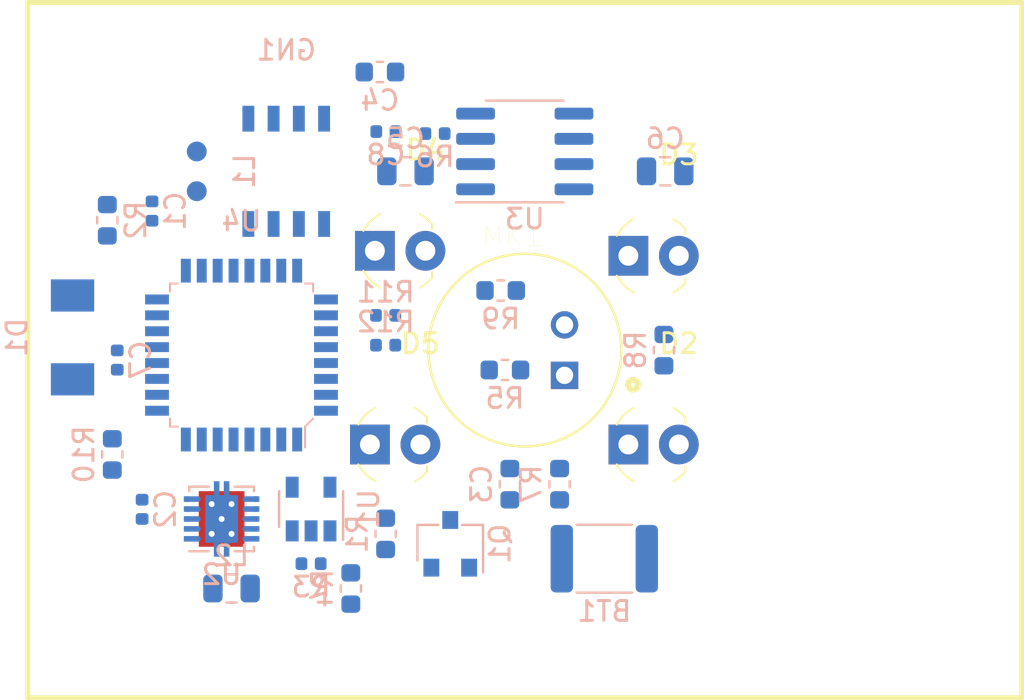
<source format=kicad_pcb>
(kicad_pcb (version 20171130) (host pcbnew "(5.1.2-1)-1")

  (general
    (thickness 1.6)
    (drawings 4)
    (tracks 0)
    (zones 0)
    (modules 35)
    (nets 54)
  )

  (page A4)
  (layers
    (0 F.Cu signal)
    (31 B.Cu signal)
    (32 B.Adhes user)
    (33 F.Adhes user)
    (34 B.Paste user)
    (35 F.Paste user)
    (36 B.SilkS user)
    (37 F.SilkS user)
    (38 B.Mask user)
    (39 F.Mask user)
    (40 Dwgs.User user)
    (41 Cmts.User user)
    (42 Eco1.User user)
    (43 Eco2.User user)
    (44 Edge.Cuts user)
    (45 Margin user)
    (46 B.CrtYd user)
    (47 F.CrtYd user)
    (48 B.Fab user)
    (49 F.Fab user)
  )

  (setup
    (last_trace_width 0.25)
    (trace_clearance 0.2)
    (zone_clearance 0.508)
    (zone_45_only no)
    (trace_min 0.1524)
    (via_size 0.8)
    (via_drill 0.4)
    (via_min_size 0.508)
    (via_min_drill 0.254)
    (uvia_size 0.3)
    (uvia_drill 0.1)
    (uvias_allowed no)
    (uvia_min_size 0.2)
    (uvia_min_drill 0.1)
    (edge_width 0.05)
    (segment_width 0.2)
    (pcb_text_width 0.3)
    (pcb_text_size 1.5 1.5)
    (mod_edge_width 0.12)
    (mod_text_size 1 1)
    (mod_text_width 0.15)
    (pad_size 1.524 1.524)
    (pad_drill 0.762)
    (pad_to_mask_clearance 0.051)
    (solder_mask_min_width 0.25)
    (aux_axis_origin 0 0)
    (grid_origin 150 90)
    (visible_elements FFFFFF7F)
    (pcbplotparams
      (layerselection 0x010fc_ffffffff)
      (usegerberextensions false)
      (usegerberattributes false)
      (usegerberadvancedattributes false)
      (creategerberjobfile false)
      (excludeedgelayer true)
      (linewidth 0.100000)
      (plotframeref false)
      (viasonmask false)
      (mode 1)
      (useauxorigin false)
      (hpglpennumber 1)
      (hpglpenspeed 20)
      (hpglpendiameter 15.000000)
      (psnegative false)
      (psa4output false)
      (plotreference true)
      (plotvalue true)
      (plotinvisibletext false)
      (padsonsilk false)
      (subtractmaskfromsilk false)
      (outputformat 1)
      (mirror false)
      (drillshape 1)
      (scaleselection 1)
      (outputdirectory ""))
  )

  (net 0 "")
  (net 1 "Net-(BT1-Pad1)")
  (net 2 GND)
  (net 3 "Net-(C1-Pad1)")
  (net 4 "Net-(C3-Pad1)")
  (net 5 "Net-(C4-Pad1)")
  (net 6 "Net-(C5-Pad1)")
  (net 7 "Net-(C6-Pad1)")
  (net 8 "Net-(C6-Pad2)")
  (net 9 "Net-(C7-Pad1)")
  (net 10 "Net-(C8-Pad2)")
  (net 11 "Net-(C8-Pad1)")
  (net 12 "Net-(D2-Pad2)")
  (net 13 "Net-(D2-Pad1)")
  (net 14 "Net-(GN1-Pad1)")
  (net 15 "Net-(GN1-Pad3)")
  (net 16 "Net-(GN1-Pad4)")
  (net 17 "Net-(GN1-Pad8)")
  (net 18 "Net-(GN1-Pad5)")
  (net 19 "Net-(L2-Pad2)")
  (net 20 "Net-(R1-Pad1)")
  (net 21 "Net-(R3-Pad2)")
  (net 22 "Net-(U1-Pad1)")
  (net 23 "Net-(U3-Pad7)")
  (net 24 "Net-(U3-Pad8)")
  (net 25 "Net-(U4-Pad25)")
  (net 26 "Net-(U4-Pad17)")
  (net 27 "Net-(U4-Pad2)")
  (net 28 "Net-(U4-Pad3)")
  (net 29 "Net-(U4-Pad4)")
  (net 30 "Net-(U4-Pad5)")
  (net 31 "Net-(U4-Pad10)")
  (net 32 "Net-(U4-Pad11)")
  (net 33 "Net-(U4-Pad13)")
  (net 34 "Net-(U4-Pad14)")
  (net 35 "Net-(U4-Pad15)")
  (net 36 "Net-(U4-Pad18)")
  (net 37 "Net-(U4-Pad19)")
  (net 38 "Net-(U4-Pad20)")
  (net 39 "Net-(U4-Pad21)")
  (net 40 "Net-(U4-Pad22)")
  (net 41 "Net-(U4-Pad23)")
  (net 42 "Net-(U4-Pad24)")
  (net 43 "Net-(U4-Pad26)")
  (net 44 "Net-(U4-Pad27)")
  (net 45 "Net-(U4-Pad28)")
  (net 46 "Net-(U4-Pad31)")
  (net 47 "Net-(U4-Pad32)")
  (net 48 "Net-(D3-Pad2)")
  (net 49 "Net-(D3-Pad1)")
  (net 50 "Net-(D4-Pad1)")
  (net 51 "Net-(D4-Pad2)")
  (net 52 "Net-(D5-Pad2)")
  (net 53 "Net-(D5-Pad1)")

  (net_class Default "This is the default net class."
    (clearance 0.2)
    (trace_width 0.25)
    (via_dia 0.8)
    (via_drill 0.4)
    (uvia_dia 0.3)
    (uvia_drill 0.1)
    (add_net GND)
    (add_net "Net-(BT1-Pad1)")
    (add_net "Net-(C1-Pad1)")
    (add_net "Net-(C3-Pad1)")
    (add_net "Net-(C4-Pad1)")
    (add_net "Net-(C5-Pad1)")
    (add_net "Net-(C6-Pad1)")
    (add_net "Net-(C6-Pad2)")
    (add_net "Net-(C7-Pad1)")
    (add_net "Net-(C8-Pad1)")
    (add_net "Net-(C8-Pad2)")
    (add_net "Net-(D2-Pad1)")
    (add_net "Net-(D2-Pad2)")
    (add_net "Net-(D3-Pad1)")
    (add_net "Net-(D3-Pad2)")
    (add_net "Net-(D4-Pad1)")
    (add_net "Net-(D4-Pad2)")
    (add_net "Net-(D5-Pad1)")
    (add_net "Net-(D5-Pad2)")
    (add_net "Net-(GN1-Pad1)")
    (add_net "Net-(GN1-Pad3)")
    (add_net "Net-(GN1-Pad4)")
    (add_net "Net-(GN1-Pad5)")
    (add_net "Net-(GN1-Pad8)")
    (add_net "Net-(L2-Pad2)")
    (add_net "Net-(R1-Pad1)")
    (add_net "Net-(R3-Pad2)")
    (add_net "Net-(U1-Pad1)")
    (add_net "Net-(U3-Pad7)")
    (add_net "Net-(U3-Pad8)")
    (add_net "Net-(U4-Pad10)")
    (add_net "Net-(U4-Pad11)")
    (add_net "Net-(U4-Pad13)")
    (add_net "Net-(U4-Pad14)")
    (add_net "Net-(U4-Pad15)")
    (add_net "Net-(U4-Pad17)")
    (add_net "Net-(U4-Pad18)")
    (add_net "Net-(U4-Pad19)")
    (add_net "Net-(U4-Pad2)")
    (add_net "Net-(U4-Pad20)")
    (add_net "Net-(U4-Pad21)")
    (add_net "Net-(U4-Pad22)")
    (add_net "Net-(U4-Pad23)")
    (add_net "Net-(U4-Pad24)")
    (add_net "Net-(U4-Pad25)")
    (add_net "Net-(U4-Pad26)")
    (add_net "Net-(U4-Pad27)")
    (add_net "Net-(U4-Pad28)")
    (add_net "Net-(U4-Pad3)")
    (add_net "Net-(U4-Pad31)")
    (add_net "Net-(U4-Pad32)")
    (add_net "Net-(U4-Pad4)")
    (add_net "Net-(U4-Pad5)")
  )

  (module kicad-footprints-master:C_1812_4532Metric (layer B.Cu) (tedit 5B301BBE) (tstamp 5ED84A4F)
    (at 154 100.5)
    (descr "Capacitor SMD 1812 (4532 Metric), square (rectangular) end terminal, IPC_7351 nominal, (Body size source: https://www.nikhef.nl/pub/departments/mt/projects/detectorR_D/dtddice/ERJ2G.pdf), generated with kicad-footprint-generator")
    (tags capacitor)
    (path /5EEDB31D)
    (attr smd)
    (fp_text reference BT1 (at 0 2.65) (layer B.SilkS)
      (effects (font (size 1 1) (thickness 0.15)) (justify mirror))
    )
    (fp_text value Battery_Cell (at 0 -2.65) (layer B.Fab)
      (effects (font (size 1 1) (thickness 0.15)) (justify mirror))
    )
    (fp_line (start -2.25 -1.6) (end -2.25 1.6) (layer B.Fab) (width 0.1))
    (fp_line (start -2.25 1.6) (end 2.25 1.6) (layer B.Fab) (width 0.1))
    (fp_line (start 2.25 1.6) (end 2.25 -1.6) (layer B.Fab) (width 0.1))
    (fp_line (start 2.25 -1.6) (end -2.25 -1.6) (layer B.Fab) (width 0.1))
    (fp_line (start -1.386252 1.71) (end 1.386252 1.71) (layer B.SilkS) (width 0.12))
    (fp_line (start -1.386252 -1.71) (end 1.386252 -1.71) (layer B.SilkS) (width 0.12))
    (fp_line (start -2.95 -1.95) (end -2.95 1.95) (layer B.CrtYd) (width 0.05))
    (fp_line (start -2.95 1.95) (end 2.95 1.95) (layer B.CrtYd) (width 0.05))
    (fp_line (start 2.95 1.95) (end 2.95 -1.95) (layer B.CrtYd) (width 0.05))
    (fp_line (start 2.95 -1.95) (end -2.95 -1.95) (layer B.CrtYd) (width 0.05))
    (fp_text user %R (at 0 0) (layer B.Fab)
      (effects (font (size 1 1) (thickness 0.15)) (justify mirror))
    )
    (pad 1 smd roundrect (at -2.1375 0) (size 1.125 3.4) (layers B.Cu B.Paste B.Mask) (roundrect_rratio 0.222222)
      (net 1 "Net-(BT1-Pad1)"))
    (pad 2 smd roundrect (at 2.1375 0) (size 1.125 3.4) (layers B.Cu B.Paste B.Mask) (roundrect_rratio 0.222222)
      (net 2 GND))
    (model ${KISYS3DMOD}/Capacitor_SMD.3dshapes/C_1812_4532Metric.wrl
      (at (xyz 0 0 0))
      (scale (xyz 1 1 1))
      (rotate (xyz 0 0 0))
    )
  )

  (module kicad-footprints-master:C_0402_1005Metric (layer B.Cu) (tedit 5B301BBE) (tstamp 5ED854A0)
    (at 131.25 83 90)
    (descr "Capacitor SMD 0402 (1005 Metric), square (rectangular) end terminal, IPC_7351 nominal, (Body size source: http://www.tortai-tech.com/upload/download/2011102023233369053.pdf), generated with kicad-footprint-generator")
    (tags capacitor)
    (path /5EE19E2E)
    (attr smd)
    (fp_text reference C1 (at 0 1.17 90) (layer B.SilkS)
      (effects (font (size 1 1) (thickness 0.15)) (justify mirror))
    )
    (fp_text value 4.7µF (at 0 -1.17 90) (layer B.Fab)
      (effects (font (size 1 1) (thickness 0.15)) (justify mirror))
    )
    (fp_line (start -0.5 -0.25) (end -0.5 0.25) (layer B.Fab) (width 0.1))
    (fp_line (start -0.5 0.25) (end 0.5 0.25) (layer B.Fab) (width 0.1))
    (fp_line (start 0.5 0.25) (end 0.5 -0.25) (layer B.Fab) (width 0.1))
    (fp_line (start 0.5 -0.25) (end -0.5 -0.25) (layer B.Fab) (width 0.1))
    (fp_line (start -0.93 -0.47) (end -0.93 0.47) (layer B.CrtYd) (width 0.05))
    (fp_line (start -0.93 0.47) (end 0.93 0.47) (layer B.CrtYd) (width 0.05))
    (fp_line (start 0.93 0.47) (end 0.93 -0.47) (layer B.CrtYd) (width 0.05))
    (fp_line (start 0.93 -0.47) (end -0.93 -0.47) (layer B.CrtYd) (width 0.05))
    (fp_text user %R (at 0 0 90) (layer B.Fab)
      (effects (font (size 0.25 0.25) (thickness 0.04)) (justify mirror))
    )
    (pad 1 smd roundrect (at -0.485 0 90) (size 0.59 0.64) (layers B.Cu B.Paste B.Mask) (roundrect_rratio 0.25)
      (net 3 "Net-(C1-Pad1)"))
    (pad 2 smd roundrect (at 0.485 0 90) (size 0.59 0.64) (layers B.Cu B.Paste B.Mask) (roundrect_rratio 0.25)
      (net 2 GND))
    (model ${KISYS3DMOD}/Capacitor_SMD.3dshapes/C_0402_1005Metric.wrl
      (at (xyz 0 0 0))
      (scale (xyz 1 1 1))
      (rotate (xyz 0 0 0))
    )
  )

  (module kicad-footprints-master:C_0402_1005Metric (layer B.Cu) (tedit 5B301BBE) (tstamp 5ED89F1B)
    (at 130.75 98.015 90)
    (descr "Capacitor SMD 0402 (1005 Metric), square (rectangular) end terminal, IPC_7351 nominal, (Body size source: http://www.tortai-tech.com/upload/download/2011102023233369053.pdf), generated with kicad-footprint-generator")
    (tags capacitor)
    (path /5EECF687)
    (attr smd)
    (fp_text reference C2 (at 0 1.17 270) (layer B.SilkS)
      (effects (font (size 1 1) (thickness 0.15)) (justify mirror))
    )
    (fp_text value 4.7µF (at 0 -1.17 270) (layer B.Fab)
      (effects (font (size 1 1) (thickness 0.15)) (justify mirror))
    )
    (fp_text user %R (at 0 0 270) (layer B.Fab)
      (effects (font (size 0.25 0.25) (thickness 0.04)) (justify mirror))
    )
    (fp_line (start 0.93 -0.47) (end -0.93 -0.47) (layer B.CrtYd) (width 0.05))
    (fp_line (start 0.93 0.47) (end 0.93 -0.47) (layer B.CrtYd) (width 0.05))
    (fp_line (start -0.93 0.47) (end 0.93 0.47) (layer B.CrtYd) (width 0.05))
    (fp_line (start -0.93 -0.47) (end -0.93 0.47) (layer B.CrtYd) (width 0.05))
    (fp_line (start 0.5 -0.25) (end -0.5 -0.25) (layer B.Fab) (width 0.1))
    (fp_line (start 0.5 0.25) (end 0.5 -0.25) (layer B.Fab) (width 0.1))
    (fp_line (start -0.5 0.25) (end 0.5 0.25) (layer B.Fab) (width 0.1))
    (fp_line (start -0.5 -0.25) (end -0.5 0.25) (layer B.Fab) (width 0.1))
    (pad 2 smd roundrect (at 0.485 0 90) (size 0.59 0.64) (layers B.Cu B.Paste B.Mask) (roundrect_rratio 0.25)
      (net 2 GND))
    (pad 1 smd roundrect (at -0.485 0 90) (size 0.59 0.64) (layers B.Cu B.Paste B.Mask) (roundrect_rratio 0.25)
      (net 1 "Net-(BT1-Pad1)"))
    (model ${KISYS3DMOD}/Capacitor_SMD.3dshapes/C_0402_1005Metric.wrl
      (at (xyz 0 0 0))
      (scale (xyz 1 1 1))
      (rotate (xyz 0 0 0))
    )
  )

  (module kicad-footprints-master:C_0603_1608Metric (layer B.Cu) (tedit 5B301BBE) (tstamp 5ED86E4E)
    (at 149.25 96.75 270)
    (descr "Capacitor SMD 0603 (1608 Metric), square (rectangular) end terminal, IPC_7351 nominal, (Body size source: http://www.tortai-tech.com/upload/download/2011102023233369053.pdf), generated with kicad-footprint-generator")
    (tags capacitor)
    (path /5ED970D1)
    (attr smd)
    (fp_text reference C3 (at 0 1.43 270) (layer B.SilkS)
      (effects (font (size 1 1) (thickness 0.15)) (justify mirror))
    )
    (fp_text value 2.2µF (at 0 -1.43 270) (layer B.Fab)
      (effects (font (size 1 1) (thickness 0.15)) (justify mirror))
    )
    (fp_line (start -0.8 -0.4) (end -0.8 0.4) (layer B.Fab) (width 0.1))
    (fp_line (start -0.8 0.4) (end 0.8 0.4) (layer B.Fab) (width 0.1))
    (fp_line (start 0.8 0.4) (end 0.8 -0.4) (layer B.Fab) (width 0.1))
    (fp_line (start 0.8 -0.4) (end -0.8 -0.4) (layer B.Fab) (width 0.1))
    (fp_line (start -0.162779 0.51) (end 0.162779 0.51) (layer B.SilkS) (width 0.12))
    (fp_line (start -0.162779 -0.51) (end 0.162779 -0.51) (layer B.SilkS) (width 0.12))
    (fp_line (start -1.48 -0.73) (end -1.48 0.73) (layer B.CrtYd) (width 0.05))
    (fp_line (start -1.48 0.73) (end 1.48 0.73) (layer B.CrtYd) (width 0.05))
    (fp_line (start 1.48 0.73) (end 1.48 -0.73) (layer B.CrtYd) (width 0.05))
    (fp_line (start 1.48 -0.73) (end -1.48 -0.73) (layer B.CrtYd) (width 0.05))
    (fp_text user %R (at 0 0 270) (layer B.Fab)
      (effects (font (size 0.4 0.4) (thickness 0.06)) (justify mirror))
    )
    (pad 1 smd roundrect (at -0.7875 0 270) (size 0.875 0.95) (layers B.Cu B.Paste B.Mask) (roundrect_rratio 0.25)
      (net 4 "Net-(C3-Pad1)"))
    (pad 2 smd roundrect (at 0.7875 0 270) (size 0.875 0.95) (layers B.Cu B.Paste B.Mask) (roundrect_rratio 0.25)
      (net 2 GND))
    (model ${KISYS3DMOD}/Capacitor_SMD.3dshapes/C_0603_1608Metric.wrl
      (at (xyz 0 0 0))
      (scale (xyz 1 1 1))
      (rotate (xyz 0 0 0))
    )
  )

  (module kicad-footprints-master:C_0603_1608Metric (layer B.Cu) (tedit 5B301BBE) (tstamp 5ED88921)
    (at 142.7125 76)
    (descr "Capacitor SMD 0603 (1608 Metric), square (rectangular) end terminal, IPC_7351 nominal, (Body size source: http://www.tortai-tech.com/upload/download/2011102023233369053.pdf), generated with kicad-footprint-generator")
    (tags capacitor)
    (path /5ED8401D)
    (attr smd)
    (fp_text reference C4 (at 0 1.43) (layer B.SilkS)
      (effects (font (size 1 1) (thickness 0.15)) (justify mirror))
    )
    (fp_text value 1µF (at 0 -1.43) (layer B.Fab)
      (effects (font (size 1 1) (thickness 0.15)) (justify mirror))
    )
    (fp_text user %R (at 0 0) (layer B.Fab)
      (effects (font (size 0.4 0.4) (thickness 0.06)) (justify mirror))
    )
    (fp_line (start 1.48 -0.73) (end -1.48 -0.73) (layer B.CrtYd) (width 0.05))
    (fp_line (start 1.48 0.73) (end 1.48 -0.73) (layer B.CrtYd) (width 0.05))
    (fp_line (start -1.48 0.73) (end 1.48 0.73) (layer B.CrtYd) (width 0.05))
    (fp_line (start -1.48 -0.73) (end -1.48 0.73) (layer B.CrtYd) (width 0.05))
    (fp_line (start -0.162779 -0.51) (end 0.162779 -0.51) (layer B.SilkS) (width 0.12))
    (fp_line (start -0.162779 0.51) (end 0.162779 0.51) (layer B.SilkS) (width 0.12))
    (fp_line (start 0.8 -0.4) (end -0.8 -0.4) (layer B.Fab) (width 0.1))
    (fp_line (start 0.8 0.4) (end 0.8 -0.4) (layer B.Fab) (width 0.1))
    (fp_line (start -0.8 0.4) (end 0.8 0.4) (layer B.Fab) (width 0.1))
    (fp_line (start -0.8 -0.4) (end -0.8 0.4) (layer B.Fab) (width 0.1))
    (pad 2 smd roundrect (at 0.7875 0) (size 0.875 0.95) (layers B.Cu B.Paste B.Mask) (roundrect_rratio 0.25)
      (net 2 GND))
    (pad 1 smd roundrect (at -0.7875 0) (size 0.875 0.95) (layers B.Cu B.Paste B.Mask) (roundrect_rratio 0.25)
      (net 5 "Net-(C4-Pad1)"))
    (model ${KISYS3DMOD}/Capacitor_SMD.3dshapes/C_0603_1608Metric.wrl
      (at (xyz 0 0 0))
      (scale (xyz 1 1 1))
      (rotate (xyz 0 0 0))
    )
  )

  (module kicad-footprints-master:C_0805_2012Metric (layer B.Cu) (tedit 5B36C52B) (tstamp 5ED84AA0)
    (at 144 81 180)
    (descr "Capacitor SMD 0805 (2012 Metric), square (rectangular) end terminal, IPC_7351 nominal, (Body size source: https://docs.google.com/spreadsheets/d/1BsfQQcO9C6DZCsRaXUlFlo91Tg2WpOkGARC1WS5S8t0/edit?usp=sharing), generated with kicad-footprint-generator")
    (tags capacitor)
    (path /5EDAC242)
    (attr smd)
    (fp_text reference C5 (at 0 1.65) (layer B.SilkS)
      (effects (font (size 1 1) (thickness 0.15)) (justify mirror))
    )
    (fp_text value 22µF (at 0 -1.65) (layer B.Fab)
      (effects (font (size 1 1) (thickness 0.15)) (justify mirror))
    )
    (fp_text user %R (at 0 0) (layer B.Fab)
      (effects (font (size 0.5 0.5) (thickness 0.08)) (justify mirror))
    )
    (fp_line (start 1.68 -0.95) (end -1.68 -0.95) (layer B.CrtYd) (width 0.05))
    (fp_line (start 1.68 0.95) (end 1.68 -0.95) (layer B.CrtYd) (width 0.05))
    (fp_line (start -1.68 0.95) (end 1.68 0.95) (layer B.CrtYd) (width 0.05))
    (fp_line (start -1.68 -0.95) (end -1.68 0.95) (layer B.CrtYd) (width 0.05))
    (fp_line (start -0.258578 -0.71) (end 0.258578 -0.71) (layer B.SilkS) (width 0.12))
    (fp_line (start -0.258578 0.71) (end 0.258578 0.71) (layer B.SilkS) (width 0.12))
    (fp_line (start 1 -0.6) (end -1 -0.6) (layer B.Fab) (width 0.1))
    (fp_line (start 1 0.6) (end 1 -0.6) (layer B.Fab) (width 0.1))
    (fp_line (start -1 0.6) (end 1 0.6) (layer B.Fab) (width 0.1))
    (fp_line (start -1 -0.6) (end -1 0.6) (layer B.Fab) (width 0.1))
    (pad 2 smd roundrect (at 0.9375 0 180) (size 0.975 1.4) (layers B.Cu B.Paste B.Mask) (roundrect_rratio 0.25)
      (net 2 GND))
    (pad 1 smd roundrect (at -0.9375 0 180) (size 0.975 1.4) (layers B.Cu B.Paste B.Mask) (roundrect_rratio 0.25)
      (net 6 "Net-(C5-Pad1)"))
    (model ${KISYS3DMOD}/Capacitor_SMD.3dshapes/C_0805_2012Metric.wrl
      (at (xyz 0 0 0))
      (scale (xyz 1 1 1))
      (rotate (xyz 0 0 0))
    )
  )

  (module kicad-footprints-master:C_0805_2012Metric (layer B.Cu) (tedit 5B36C52B) (tstamp 5ED891E5)
    (at 157.0625 81 180)
    (descr "Capacitor SMD 0805 (2012 Metric), square (rectangular) end terminal, IPC_7351 nominal, (Body size source: https://docs.google.com/spreadsheets/d/1BsfQQcO9C6DZCsRaXUlFlo91Tg2WpOkGARC1WS5S8t0/edit?usp=sharing), generated with kicad-footprint-generator")
    (tags capacitor)
    (path /5ED66B4A)
    (attr smd)
    (fp_text reference C6 (at 0 1.65) (layer B.SilkS)
      (effects (font (size 1 1) (thickness 0.15)) (justify mirror))
    )
    (fp_text value 10µF (at 0 -1.65) (layer B.Fab)
      (effects (font (size 1 1) (thickness 0.15)) (justify mirror))
    )
    (fp_line (start -1 -0.6) (end -1 0.6) (layer B.Fab) (width 0.1))
    (fp_line (start -1 0.6) (end 1 0.6) (layer B.Fab) (width 0.1))
    (fp_line (start 1 0.6) (end 1 -0.6) (layer B.Fab) (width 0.1))
    (fp_line (start 1 -0.6) (end -1 -0.6) (layer B.Fab) (width 0.1))
    (fp_line (start -0.258578 0.71) (end 0.258578 0.71) (layer B.SilkS) (width 0.12))
    (fp_line (start -0.258578 -0.71) (end 0.258578 -0.71) (layer B.SilkS) (width 0.12))
    (fp_line (start -1.68 -0.95) (end -1.68 0.95) (layer B.CrtYd) (width 0.05))
    (fp_line (start -1.68 0.95) (end 1.68 0.95) (layer B.CrtYd) (width 0.05))
    (fp_line (start 1.68 0.95) (end 1.68 -0.95) (layer B.CrtYd) (width 0.05))
    (fp_line (start 1.68 -0.95) (end -1.68 -0.95) (layer B.CrtYd) (width 0.05))
    (fp_text user %R (at 0 0) (layer B.Fab)
      (effects (font (size 0.5 0.5) (thickness 0.08)) (justify mirror))
    )
    (pad 1 smd roundrect (at -0.9375 0 180) (size 0.975 1.4) (layers B.Cu B.Paste B.Mask) (roundrect_rratio 0.25)
      (net 7 "Net-(C6-Pad1)"))
    (pad 2 smd roundrect (at 0.9375 0 180) (size 0.975 1.4) (layers B.Cu B.Paste B.Mask) (roundrect_rratio 0.25)
      (net 8 "Net-(C6-Pad2)"))
    (model ${KISYS3DMOD}/Capacitor_SMD.3dshapes/C_0805_2012Metric.wrl
      (at (xyz 0 0 0))
      (scale (xyz 1 1 1))
      (rotate (xyz 0 0 0))
    )
  )

  (module kicad-footprints-master:C_0402_1005Metric (layer B.Cu) (tedit 5B301BBE) (tstamp 5ED8A5B1)
    (at 129.5 90.5 90)
    (descr "Capacitor SMD 0402 (1005 Metric), square (rectangular) end terminal, IPC_7351 nominal, (Body size source: http://www.tortai-tech.com/upload/download/2011102023233369053.pdf), generated with kicad-footprint-generator")
    (tags capacitor)
    (path /5ED711DD)
    (attr smd)
    (fp_text reference C7 (at 0 1.17 90) (layer B.SilkS)
      (effects (font (size 1 1) (thickness 0.15)) (justify mirror))
    )
    (fp_text value 100nF (at 0 -1.17 90) (layer B.Fab)
      (effects (font (size 1 1) (thickness 0.15)) (justify mirror))
    )
    (fp_line (start -0.5 -0.25) (end -0.5 0.25) (layer B.Fab) (width 0.1))
    (fp_line (start -0.5 0.25) (end 0.5 0.25) (layer B.Fab) (width 0.1))
    (fp_line (start 0.5 0.25) (end 0.5 -0.25) (layer B.Fab) (width 0.1))
    (fp_line (start 0.5 -0.25) (end -0.5 -0.25) (layer B.Fab) (width 0.1))
    (fp_line (start -0.93 -0.47) (end -0.93 0.47) (layer B.CrtYd) (width 0.05))
    (fp_line (start -0.93 0.47) (end 0.93 0.47) (layer B.CrtYd) (width 0.05))
    (fp_line (start 0.93 0.47) (end 0.93 -0.47) (layer B.CrtYd) (width 0.05))
    (fp_line (start 0.93 -0.47) (end -0.93 -0.47) (layer B.CrtYd) (width 0.05))
    (fp_text user %R (at 0 0 90) (layer B.Fab)
      (effects (font (size 0.25 0.25) (thickness 0.04)) (justify mirror))
    )
    (pad 1 smd roundrect (at -0.485 0 90) (size 0.59 0.64) (layers B.Cu B.Paste B.Mask) (roundrect_rratio 0.25)
      (net 9 "Net-(C7-Pad1)"))
    (pad 2 smd roundrect (at 0.485 0 90) (size 0.59 0.64) (layers B.Cu B.Paste B.Mask) (roundrect_rratio 0.25)
      (net 2 GND))
    (model ${KISYS3DMOD}/Capacitor_SMD.3dshapes/C_0402_1005Metric.wrl
      (at (xyz 0 0 0))
      (scale (xyz 1 1 1))
      (rotate (xyz 0 0 0))
    )
  )

  (module kicad-footprints-master:C_0402_1005Metric (layer B.Cu) (tedit 5B301BBE) (tstamp 5ED885D3)
    (at 143.015 79)
    (descr "Capacitor SMD 0402 (1005 Metric), square (rectangular) end terminal, IPC_7351 nominal, (Body size source: http://www.tortai-tech.com/upload/download/2011102023233369053.pdf), generated with kicad-footprint-generator")
    (tags capacitor)
    (path /5ED7308D)
    (attr smd)
    (fp_text reference C8 (at 0 1.17) (layer B.SilkS)
      (effects (font (size 1 1) (thickness 0.15)) (justify mirror))
    )
    (fp_text value 100nF (at 0 -1.17) (layer B.Fab)
      (effects (font (size 1 1) (thickness 0.15)) (justify mirror))
    )
    (fp_text user %R (at 0 0) (layer B.Fab)
      (effects (font (size 0.25 0.25) (thickness 0.04)) (justify mirror))
    )
    (fp_line (start 0.93 -0.47) (end -0.93 -0.47) (layer B.CrtYd) (width 0.05))
    (fp_line (start 0.93 0.47) (end 0.93 -0.47) (layer B.CrtYd) (width 0.05))
    (fp_line (start -0.93 0.47) (end 0.93 0.47) (layer B.CrtYd) (width 0.05))
    (fp_line (start -0.93 -0.47) (end -0.93 0.47) (layer B.CrtYd) (width 0.05))
    (fp_line (start 0.5 -0.25) (end -0.5 -0.25) (layer B.Fab) (width 0.1))
    (fp_line (start 0.5 0.25) (end 0.5 -0.25) (layer B.Fab) (width 0.1))
    (fp_line (start -0.5 0.25) (end 0.5 0.25) (layer B.Fab) (width 0.1))
    (fp_line (start -0.5 -0.25) (end -0.5 0.25) (layer B.Fab) (width 0.1))
    (pad 2 smd roundrect (at 0.485 0) (size 0.59 0.64) (layers B.Cu B.Paste B.Mask) (roundrect_rratio 0.25)
      (net 10 "Net-(C8-Pad2)"))
    (pad 1 smd roundrect (at -0.485 0) (size 0.59 0.64) (layers B.Cu B.Paste B.Mask) (roundrect_rratio 0.25)
      (net 11 "Net-(C8-Pad1)"))
    (model ${KISYS3DMOD}/Capacitor_SMD.3dshapes/C_0402_1005Metric.wrl
      (at (xyz 0 0 0))
      (scale (xyz 1 1 1))
      (rotate (xyz 0 0 0))
    )
  )

  (module Canari:STPS5L60S (layer B.Cu) (tedit 5ED707A9) (tstamp 5ED84AD5)
    (at 127.25 89.36 90)
    (path /5F0C9566)
    (fp_text reference D1 (at 0 -2.8 270) (layer B.SilkS)
      (effects (font (size 1 1) (thickness 0.15)) (justify mirror))
    )
    (fp_text value D_Schottky (at 0 2.7 270) (layer B.Fab)
      (effects (font (size 1 1) (thickness 0.15)) (justify mirror))
    )
    (pad 1 smd rect (at -2.11 0 90) (size 1.62 2.18) (layers B.Cu B.Paste B.Mask)
      (net 6 "Net-(C5-Pad1)"))
    (pad 2 smd rect (at 2.11 0 90) (size 1.62 2.18) (layers B.Cu B.Paste B.Mask)
      (net 3 "Net-(C1-Pad1)"))
  )

  (module digikey-kicad-library-master:LED_3mm_Radial (layer F.Cu) (tedit 5B1990B7) (tstamp 5ED84AE5)
    (at 157.75 94.75)
    (descr http://optoelectronics.liteon.com/upload/download/DS20-2000-343/1CHKxKNN.pdf)
    (path /5EDE4D6E)
    (fp_text reference D2 (at 0 -5.08) (layer F.SilkS)
      (effects (font (size 1 1) (thickness 0.15)))
    )
    (fp_text value LED (at 0 5.08) (layer F.Fab)
      (effects (font (size 1 1) (thickness 0.15)))
    )
    (fp_circle (center -1.27 0) (end 1.38 0) (layer F.CrtYd) (width 0.05))
    (fp_line (start 0.33 -1.35) (end 0.33 -1.1) (layer F.SilkS) (width 0.1))
    (fp_line (start 0.33 1.35) (end 0.33 1.1) (layer F.SilkS) (width 0.1))
    (fp_arc (start -1.27 0) (end -3.12 1) (angle -33.21396116) (layer F.SilkS) (width 0.1))
    (fp_arc (start -1.27 0) (end -2.27 -1.85) (angle -33.21396116) (layer F.SilkS) (width 0.1))
    (fp_arc (start -1.27 0) (end -0.27 1.85) (angle -21.45098095) (layer F.SilkS) (width 0.1))
    (fp_arc (start -1.27 0) (end 0.33 -1.35) (angle -21.45098095) (layer F.SilkS) (width 0.1))
    (fp_line (start 0.23 -1.3) (end 0.23 1.3) (layer F.Fab) (width 0.1))
    (fp_arc (start -1.27 0) (end 0.23 -1.3) (angle -278.1712365) (layer F.Fab) (width 0.1))
    (fp_text user %R (at -1.27 0) (layer F.Fab)
      (effects (font (size 0.75 0.75) (thickness 0.1)))
    )
    (pad 2 thru_hole circle (at 0 0) (size 2 2) (drill 1) (layers *.Cu *.Mask)
      (net 12 "Net-(D2-Pad2)"))
    (pad 1 thru_hole rect (at -2.54 0) (size 2 2) (drill 1) (layers *.Cu *.Mask)
      (net 13 "Net-(D2-Pad1)"))
  )

  (module Canari:SOT176-1 (layer B.Cu) (tedit 5ED71369) (tstamp 5ED8A640)
    (at 138 81)
    (path /5ED13F24)
    (fp_text reference GN1 (at 0 -6.1) (layer B.SilkS)
      (effects (font (size 1 1) (thickness 0.15)) (justify mirror))
    )
    (fp_text value SO8 (at 0 4.8) (layer B.Fab)
      (effects (font (size 1 1) (thickness 0.15)) (justify mirror))
    )
    (fp_line (start -2.75 3.5) (end -2.75 -3.5) (layer B.Fab) (width 0.1))
    (fp_line (start -2.75 -3.5) (end 2.75 -3.5) (layer B.Fab) (width 0.1))
    (fp_line (start 2.75 -3.5) (end 2.75 3.5) (layer B.Fab) (width 0.1))
    (fp_line (start 2.75 3.5) (end -2.75 3.5) (layer B.Fab) (width 0.1))
    (pad 1 smd rect (at -1.905 -2.65) (size 0.6 1.3) (layers B.Cu B.Paste B.Mask)
      (net 14 "Net-(GN1-Pad1)"))
    (pad 2 smd rect (at -0.635 -2.65) (size 0.6 1.3) (layers B.Cu B.Paste B.Mask)
      (net 2 GND))
    (pad 3 smd rect (at 0.635 -2.65) (size 0.6 1.3) (layers B.Cu B.Paste B.Mask)
      (net 15 "Net-(GN1-Pad3)"))
    (pad 4 smd rect (at 1.905 -2.65) (size 0.6 1.3) (layers B.Cu B.Paste B.Mask)
      (net 16 "Net-(GN1-Pad4)"))
    (pad 7 smd rect (at -0.635 2.65) (size 0.6 1.3) (layers B.Cu B.Paste B.Mask)
      (net 3 "Net-(C1-Pad1)"))
    (pad 6 smd rect (at 0.635 2.65) (size 0.6 1.3) (layers B.Cu B.Paste B.Mask)
      (net 3 "Net-(C1-Pad1)"))
    (pad 8 smd rect (at -1.905 2.65) (size 0.6 1.3) (layers B.Cu B.Paste B.Mask)
      (net 17 "Net-(GN1-Pad8)"))
    (pad 5 smd rect (at 1.905 2.65) (size 0.6 1.3) (layers B.Cu B.Paste B.Mask)
      (net 18 "Net-(GN1-Pad5)"))
  )

  (module Canari:Coil (layer B.Cu) (tedit 5ED727F3) (tstamp 5ED84AFB)
    (at 133.5 81 270)
    (path /5ED6771C)
    (fp_text reference L1 (at 0 -2.4 270) (layer B.SilkS)
      (effects (font (size 1 1) (thickness 0.15)) (justify mirror))
    )
    (fp_text value L (at 0 2.3 270) (layer B.Fab)
      (effects (font (size 1 1) (thickness 0.15)) (justify mirror))
    )
    (pad 1 smd circle (at -1 0 270) (size 1 1) (layers B.Cu B.Paste B.Mask)
      (net 14 "Net-(GN1-Pad1)"))
    (pad 2 smd circle (at 1 0 270) (size 1 1) (layers B.Cu B.Paste B.Mask)
      (net 17 "Net-(GN1-Pad8)"))
  )

  (module Inductor_SMD:L_0805_2012Metric (layer B.Cu) (tedit 5B36C52B) (tstamp 5ED84B0C)
    (at 135.25 102 180)
    (descr "Inductor SMD 0805 (2012 Metric), square (rectangular) end terminal, IPC_7351 nominal, (Body size source: https://docs.google.com/spreadsheets/d/1BsfQQcO9C6DZCsRaXUlFlo91Tg2WpOkGARC1WS5S8t0/edit?usp=sharing), generated with kicad-footprint-generator")
    (tags inductor)
    (path /5ED8669E)
    (attr smd)
    (fp_text reference L2 (at 0 1.65) (layer B.SilkS)
      (effects (font (size 1 1) (thickness 0.15)) (justify mirror))
    )
    (fp_text value 2.2µH (at 0 -1.65) (layer B.Fab)
      (effects (font (size 1 1) (thickness 0.15)) (justify mirror))
    )
    (fp_line (start -1 -0.6) (end -1 0.6) (layer B.Fab) (width 0.1))
    (fp_line (start -1 0.6) (end 1 0.6) (layer B.Fab) (width 0.1))
    (fp_line (start 1 0.6) (end 1 -0.6) (layer B.Fab) (width 0.1))
    (fp_line (start 1 -0.6) (end -1 -0.6) (layer B.Fab) (width 0.1))
    (fp_line (start -0.258578 0.71) (end 0.258578 0.71) (layer B.SilkS) (width 0.12))
    (fp_line (start -0.258578 -0.71) (end 0.258578 -0.71) (layer B.SilkS) (width 0.12))
    (fp_line (start -1.68 -0.95) (end -1.68 0.95) (layer B.CrtYd) (width 0.05))
    (fp_line (start -1.68 0.95) (end 1.68 0.95) (layer B.CrtYd) (width 0.05))
    (fp_line (start 1.68 0.95) (end 1.68 -0.95) (layer B.CrtYd) (width 0.05))
    (fp_line (start 1.68 -0.95) (end -1.68 -0.95) (layer B.CrtYd) (width 0.05))
    (fp_text user %R (at 0 0) (layer B.Fab)
      (effects (font (size 0.5 0.5) (thickness 0.08)) (justify mirror))
    )
    (pad 1 smd roundrect (at -0.9375 0 180) (size 0.975 1.4) (layers B.Cu B.Paste B.Mask) (roundrect_rratio 0.25)
      (net 4 "Net-(C3-Pad1)"))
    (pad 2 smd roundrect (at 0.9375 0 180) (size 0.975 1.4) (layers B.Cu B.Paste B.Mask) (roundrect_rratio 0.25)
      (net 19 "Net-(L2-Pad2)"))
    (model ${KISYS3DMOD}/Inductor_SMD.3dshapes/L_0805_2012Metric.wrl
      (at (xyz 0 0 0))
      (scale (xyz 1 1 1))
      (rotate (xyz 0 0 0))
    )
  )

  (module Canari:MIC_CMA-4544PF-W (layer F.Cu) (tedit 5ED71FAA) (tstamp 5ED89CFE)
    (at 150 90)
    (path /5ED0F137)
    (fp_text reference MK1 (at -0.635215 -5.717015) (layer F.SilkS)
      (effects (font (size 1.000354 1.000354) (thickness 0.015)))
    )
    (fp_text value Microphone_Condenser (at 6.35634 5.720735) (layer F.Fab)
      (effects (font (size 1.001 1.001) (thickness 0.015)))
    )
    (fp_circle (center 0 0) (end 4.85 0) (layer F.SilkS) (width 0.127))
    (fp_circle (center 0 0) (end 4.85 0) (layer F.Fab) (width 0.127))
    (fp_circle (center 0 0) (end 5.1 0) (layer F.CrtYd) (width 0.05))
    (fp_circle (center 5.443 1.741) (end 5.543 1.741) (layer F.SilkS) (width 0.3))
    (fp_circle (center 5.443 1.741) (end 5.543 1.741) (layer F.Fab) (width 0.3))
    (pad 2 thru_hole circle (at 2 -1.27) (size 1.378 1.378) (drill 0.87) (layers *.Cu *.Mask)
      (net 7 "Net-(C6-Pad1)"))
    (pad 1 thru_hole rect (at 2 1.27) (size 1.378 1.378) (drill 0.87) (layers *.Cu *.Mask)
      (net 2 GND))
  )

  (module kicad-footprints-master:SC-59 (layer B.Cu) (tedit 5A02FF57) (tstamp 5ED8A542)
    (at 146.25 99.75 90)
    (descr "SC-59, https://lib.chipdip.ru/images/import_diod/original/SOT-23_SC-59.jpg")
    (tags SC-59)
    (path /5EEFA6B5)
    (attr smd)
    (fp_text reference Q1 (at 0 2.5 90) (layer B.SilkS)
      (effects (font (size 1 1) (thickness 0.15)) (justify mirror))
    )
    (fp_text value Q_PMOS_DSG (at 0 -2.5 90) (layer B.Fab)
      (effects (font (size 1 1) (thickness 0.15)) (justify mirror))
    )
    (fp_text user %R (at 0 0 180) (layer B.Fab)
      (effects (font (size 0.5 0.5) (thickness 0.075)) (justify mirror))
    )
    (fp_line (start -0.85 -1.55) (end -0.85 1) (layer B.Fab) (width 0.1))
    (fp_line (start -1.45 1.65) (end 0.95 1.65) (layer B.SilkS) (width 0.12))
    (fp_line (start 0.95 1.65) (end 0.95 0.6) (layer B.SilkS) (width 0.12))
    (fp_line (start -0.85 -1.65) (end 0.95 -1.65) (layer B.SilkS) (width 0.12))
    (fp_line (start 0.95 -1.65) (end 0.95 -0.6) (layer B.SilkS) (width 0.12))
    (fp_line (start -0.85 -1.55) (end 0.85 -1.55) (layer B.Fab) (width 0.1))
    (fp_line (start -0.3 1.55) (end -0.85 1) (layer B.Fab) (width 0.1))
    (fp_line (start -0.3 1.55) (end 0.85 1.55) (layer B.Fab) (width 0.1))
    (fp_line (start 0.85 1.52) (end 0.85 -1.52) (layer B.Fab) (width 0.1))
    (fp_line (start -1.9 1.8) (end 1.9 1.8) (layer B.CrtYd) (width 0.05))
    (fp_line (start -1.9 1.8) (end -1.9 -1.8) (layer B.CrtYd) (width 0.05))
    (fp_line (start 1.9 -1.8) (end 1.9 1.8) (layer B.CrtYd) (width 0.05))
    (fp_line (start 1.9 -1.8) (end -1.9 -1.8) (layer B.CrtYd) (width 0.05))
    (pad 1 smd rect (at -1.2 0.95 90) (size 0.9 0.8) (layers B.Cu B.Paste B.Mask)
      (net 4 "Net-(C3-Pad1)"))
    (pad 2 smd rect (at -1.2 -0.95 90) (size 0.9 0.8) (layers B.Cu B.Paste B.Mask)
      (net 1 "Net-(BT1-Pad1)"))
    (pad 3 smd rect (at 1.2 0 90) (size 0.9 0.8) (layers B.Cu B.Paste B.Mask)
      (net 3 "Net-(C1-Pad1)"))
    (model ${KISYS3DMOD}/Package_TO_SOT_SMD.3dshapes/SC-59.wrl
      (at (xyz 0 0 0))
      (scale (xyz 1 1 1))
      (rotate (xyz 0 0 0))
    )
  )

  (module kicad-footprints-master:R_0603_1608Metric (layer B.Cu) (tedit 5B301BBD) (tstamp 5ED86DB1)
    (at 143 99.25 270)
    (descr "Resistor SMD 0603 (1608 Metric), square (rectangular) end terminal, IPC_7351 nominal, (Body size source: http://www.tortai-tech.com/upload/download/2011102023233369053.pdf), generated with kicad-footprint-generator")
    (tags resistor)
    (path /5EE29992)
    (attr smd)
    (fp_text reference R1 (at 0 1.43 270) (layer B.SilkS)
      (effects (font (size 1 1) (thickness 0.15)) (justify mirror))
    )
    (fp_text value 10kΩ (at 0 -1.43 270) (layer B.Fab)
      (effects (font (size 1 1) (thickness 0.15)) (justify mirror))
    )
    (fp_line (start -0.8 -0.4) (end -0.8 0.4) (layer B.Fab) (width 0.1))
    (fp_line (start -0.8 0.4) (end 0.8 0.4) (layer B.Fab) (width 0.1))
    (fp_line (start 0.8 0.4) (end 0.8 -0.4) (layer B.Fab) (width 0.1))
    (fp_line (start 0.8 -0.4) (end -0.8 -0.4) (layer B.Fab) (width 0.1))
    (fp_line (start -0.162779 0.51) (end 0.162779 0.51) (layer B.SilkS) (width 0.12))
    (fp_line (start -0.162779 -0.51) (end 0.162779 -0.51) (layer B.SilkS) (width 0.12))
    (fp_line (start -1.48 -0.73) (end -1.48 0.73) (layer B.CrtYd) (width 0.05))
    (fp_line (start -1.48 0.73) (end 1.48 0.73) (layer B.CrtYd) (width 0.05))
    (fp_line (start 1.48 0.73) (end 1.48 -0.73) (layer B.CrtYd) (width 0.05))
    (fp_line (start 1.48 -0.73) (end -1.48 -0.73) (layer B.CrtYd) (width 0.05))
    (fp_text user %R (at 0 0 270) (layer B.Fab)
      (effects (font (size 0.4 0.4) (thickness 0.06)) (justify mirror))
    )
    (pad 1 smd roundrect (at -0.7875 0 270) (size 0.875 0.95) (layers B.Cu B.Paste B.Mask) (roundrect_rratio 0.25)
      (net 20 "Net-(R1-Pad1)"))
    (pad 2 smd roundrect (at 0.7875 0 270) (size 0.875 0.95) (layers B.Cu B.Paste B.Mask) (roundrect_rratio 0.25)
      (net 2 GND))
    (model ${KISYS3DMOD}/Resistor_SMD.3dshapes/R_0603_1608Metric.wrl
      (at (xyz 0 0 0))
      (scale (xyz 1 1 1))
      (rotate (xyz 0 0 0))
    )
  )

  (module kicad-footprints-master:R_0603_1608Metric (layer B.Cu) (tedit 5B301BBD) (tstamp 5ED8539C)
    (at 129 83.4625 90)
    (descr "Resistor SMD 0603 (1608 Metric), square (rectangular) end terminal, IPC_7351 nominal, (Body size source: http://www.tortai-tech.com/upload/download/2011102023233369053.pdf), generated with kicad-footprint-generator")
    (tags resistor)
    (path /5F009B8B)
    (attr smd)
    (fp_text reference R2 (at 0 1.43 270) (layer B.SilkS)
      (effects (font (size 1 1) (thickness 0.15)) (justify mirror))
    )
    (fp_text value 10kΩ (at 0 -1.43 270) (layer B.Fab)
      (effects (font (size 1 1) (thickness 0.15)) (justify mirror))
    )
    (fp_text user %R (at 0 0 270) (layer B.Fab)
      (effects (font (size 0.4 0.4) (thickness 0.06)) (justify mirror))
    )
    (fp_line (start 1.48 -0.73) (end -1.48 -0.73) (layer B.CrtYd) (width 0.05))
    (fp_line (start 1.48 0.73) (end 1.48 -0.73) (layer B.CrtYd) (width 0.05))
    (fp_line (start -1.48 0.73) (end 1.48 0.73) (layer B.CrtYd) (width 0.05))
    (fp_line (start -1.48 -0.73) (end -1.48 0.73) (layer B.CrtYd) (width 0.05))
    (fp_line (start -0.162779 -0.51) (end 0.162779 -0.51) (layer B.SilkS) (width 0.12))
    (fp_line (start -0.162779 0.51) (end 0.162779 0.51) (layer B.SilkS) (width 0.12))
    (fp_line (start 0.8 -0.4) (end -0.8 -0.4) (layer B.Fab) (width 0.1))
    (fp_line (start 0.8 0.4) (end 0.8 -0.4) (layer B.Fab) (width 0.1))
    (fp_line (start -0.8 0.4) (end 0.8 0.4) (layer B.Fab) (width 0.1))
    (fp_line (start -0.8 -0.4) (end -0.8 0.4) (layer B.Fab) (width 0.1))
    (pad 2 smd roundrect (at 0.7875 0 90) (size 0.875 0.95) (layers B.Cu B.Paste B.Mask) (roundrect_rratio 0.25)
      (net 2 GND))
    (pad 1 smd roundrect (at -0.7875 0 90) (size 0.875 0.95) (layers B.Cu B.Paste B.Mask) (roundrect_rratio 0.25)
      (net 3 "Net-(C1-Pad1)"))
    (model ${KISYS3DMOD}/Resistor_SMD.3dshapes/R_0603_1608Metric.wrl
      (at (xyz 0 0 0))
      (scale (xyz 1 1 1))
      (rotate (xyz 0 0 0))
    )
  )

  (module kicad-footprints-master:R_0402_1005Metric (layer B.Cu) (tedit 5B301BBD) (tstamp 5ED85FBE)
    (at 139.25 100.75)
    (descr "Resistor SMD 0402 (1005 Metric), square (rectangular) end terminal, IPC_7351 nominal, (Body size source: http://www.tortai-tech.com/upload/download/2011102023233369053.pdf), generated with kicad-footprint-generator")
    (tags resistor)
    (path /5ED74E4E)
    (attr smd)
    (fp_text reference R3 (at 0 1.17) (layer B.SilkS)
      (effects (font (size 1 1) (thickness 0.15)) (justify mirror))
    )
    (fp_text value 2MΩ (at 0 -1.17) (layer B.Fab)
      (effects (font (size 1 1) (thickness 0.15)) (justify mirror))
    )
    (fp_text user %R (at 0 0) (layer B.Fab)
      (effects (font (size 0.25 0.25) (thickness 0.04)) (justify mirror))
    )
    (fp_line (start 0.93 -0.47) (end -0.93 -0.47) (layer B.CrtYd) (width 0.05))
    (fp_line (start 0.93 0.47) (end 0.93 -0.47) (layer B.CrtYd) (width 0.05))
    (fp_line (start -0.93 0.47) (end 0.93 0.47) (layer B.CrtYd) (width 0.05))
    (fp_line (start -0.93 -0.47) (end -0.93 0.47) (layer B.CrtYd) (width 0.05))
    (fp_line (start 0.5 -0.25) (end -0.5 -0.25) (layer B.Fab) (width 0.1))
    (fp_line (start 0.5 0.25) (end 0.5 -0.25) (layer B.Fab) (width 0.1))
    (fp_line (start -0.5 0.25) (end 0.5 0.25) (layer B.Fab) (width 0.1))
    (fp_line (start -0.5 -0.25) (end -0.5 0.25) (layer B.Fab) (width 0.1))
    (pad 2 smd roundrect (at 0.485 0) (size 0.59 0.64) (layers B.Cu B.Paste B.Mask) (roundrect_rratio 0.25)
      (net 21 "Net-(R3-Pad2)"))
    (pad 1 smd roundrect (at -0.485 0) (size 0.59 0.64) (layers B.Cu B.Paste B.Mask) (roundrect_rratio 0.25)
      (net 4 "Net-(C3-Pad1)"))
    (model ${KISYS3DMOD}/Resistor_SMD.3dshapes/R_0402_1005Metric.wrl
      (at (xyz 0 0 0))
      (scale (xyz 1 1 1))
      (rotate (xyz 0 0 0))
    )
  )

  (module kicad-footprints-master:R_0603_1608Metric (layer B.Cu) (tedit 5B301BBD) (tstamp 5ED8B480)
    (at 141.25 102 270)
    (descr "Resistor SMD 0603 (1608 Metric), square (rectangular) end terminal, IPC_7351 nominal, (Body size source: http://www.tortai-tech.com/upload/download/2011102023233369053.pdf), generated with kicad-footprint-generator")
    (tags resistor)
    (path /5ED75257)
    (attr smd)
    (fp_text reference R4 (at 0 1.43 270) (layer B.SilkS)
      (effects (font (size 1 1) (thickness 0.15)) (justify mirror))
    )
    (fp_text value 180kΩ (at 0 -1.43 270) (layer B.Fab)
      (effects (font (size 1 1) (thickness 0.15)) (justify mirror))
    )
    (fp_line (start -0.8 -0.4) (end -0.8 0.4) (layer B.Fab) (width 0.1))
    (fp_line (start -0.8 0.4) (end 0.8 0.4) (layer B.Fab) (width 0.1))
    (fp_line (start 0.8 0.4) (end 0.8 -0.4) (layer B.Fab) (width 0.1))
    (fp_line (start 0.8 -0.4) (end -0.8 -0.4) (layer B.Fab) (width 0.1))
    (fp_line (start -0.162779 0.51) (end 0.162779 0.51) (layer B.SilkS) (width 0.12))
    (fp_line (start -0.162779 -0.51) (end 0.162779 -0.51) (layer B.SilkS) (width 0.12))
    (fp_line (start -1.48 -0.73) (end -1.48 0.73) (layer B.CrtYd) (width 0.05))
    (fp_line (start -1.48 0.73) (end 1.48 0.73) (layer B.CrtYd) (width 0.05))
    (fp_line (start 1.48 0.73) (end 1.48 -0.73) (layer B.CrtYd) (width 0.05))
    (fp_line (start 1.48 -0.73) (end -1.48 -0.73) (layer B.CrtYd) (width 0.05))
    (fp_text user %R (at 0 0 270) (layer B.Fab)
      (effects (font (size 0.4 0.4) (thickness 0.06)) (justify mirror))
    )
    (pad 1 smd roundrect (at -0.7875 0 270) (size 0.875 0.95) (layers B.Cu B.Paste B.Mask) (roundrect_rratio 0.25)
      (net 21 "Net-(R3-Pad2)"))
    (pad 2 smd roundrect (at 0.7875 0 270) (size 0.875 0.95) (layers B.Cu B.Paste B.Mask) (roundrect_rratio 0.25)
      (net 2 GND))
    (model ${KISYS3DMOD}/Resistor_SMD.3dshapes/R_0603_1608Metric.wrl
      (at (xyz 0 0 0))
      (scale (xyz 1 1 1))
      (rotate (xyz 0 0 0))
    )
  )

  (module kicad-footprints-master:R_0603_1608Metric (layer B.Cu) (tedit 5B301BBD) (tstamp 5ED855F3)
    (at 149 91)
    (descr "Resistor SMD 0603 (1608 Metric), square (rectangular) end terminal, IPC_7351 nominal, (Body size source: http://www.tortai-tech.com/upload/download/2011102023233369053.pdf), generated with kicad-footprint-generator")
    (tags resistor)
    (path /5ED67E0D)
    (attr smd)
    (fp_text reference R5 (at 0 1.43) (layer B.SilkS)
      (effects (font (size 1 1) (thickness 0.15)) (justify mirror))
    )
    (fp_text value 1kΩ (at 0 -1.43) (layer B.Fab)
      (effects (font (size 1 1) (thickness 0.15)) (justify mirror))
    )
    (fp_text user %R (at 0 0) (layer B.Fab)
      (effects (font (size 0.4 0.4) (thickness 0.06)) (justify mirror))
    )
    (fp_line (start 1.48 -0.73) (end -1.48 -0.73) (layer B.CrtYd) (width 0.05))
    (fp_line (start 1.48 0.73) (end 1.48 -0.73) (layer B.CrtYd) (width 0.05))
    (fp_line (start -1.48 0.73) (end 1.48 0.73) (layer B.CrtYd) (width 0.05))
    (fp_line (start -1.48 -0.73) (end -1.48 0.73) (layer B.CrtYd) (width 0.05))
    (fp_line (start -0.162779 -0.51) (end 0.162779 -0.51) (layer B.SilkS) (width 0.12))
    (fp_line (start -0.162779 0.51) (end 0.162779 0.51) (layer B.SilkS) (width 0.12))
    (fp_line (start 0.8 -0.4) (end -0.8 -0.4) (layer B.Fab) (width 0.1))
    (fp_line (start 0.8 0.4) (end 0.8 -0.4) (layer B.Fab) (width 0.1))
    (fp_line (start -0.8 0.4) (end 0.8 0.4) (layer B.Fab) (width 0.1))
    (fp_line (start -0.8 -0.4) (end -0.8 0.4) (layer B.Fab) (width 0.1))
    (pad 2 smd roundrect (at 0.7875 0) (size 0.875 0.95) (layers B.Cu B.Paste B.Mask) (roundrect_rratio 0.25)
      (net 7 "Net-(C6-Pad1)"))
    (pad 1 smd roundrect (at -0.7875 0) (size 0.875 0.95) (layers B.Cu B.Paste B.Mask) (roundrect_rratio 0.25)
      (net 6 "Net-(C5-Pad1)"))
    (model ${KISYS3DMOD}/Resistor_SMD.3dshapes/R_0603_1608Metric.wrl
      (at (xyz 0 0 0))
      (scale (xyz 1 1 1))
      (rotate (xyz 0 0 0))
    )
  )

  (module kicad-footprints-master:R_0402_1005Metric (layer B.Cu) (tedit 5B301BBD) (tstamp 5ED86095)
    (at 145.485 79.1)
    (descr "Resistor SMD 0402 (1005 Metric), square (rectangular) end terminal, IPC_7351 nominal, (Body size source: http://www.tortai-tech.com/upload/download/2011102023233369053.pdf), generated with kicad-footprint-generator")
    (tags resistor)
    (path /5ED73D70)
    (attr smd)
    (fp_text reference R6 (at 0 1.17) (layer B.SilkS)
      (effects (font (size 1 1) (thickness 0.15)) (justify mirror))
    )
    (fp_text value 10Ω (at 0 -1.17) (layer B.Fab)
      (effects (font (size 1 1) (thickness 0.15)) (justify mirror))
    )
    (fp_line (start -0.5 -0.25) (end -0.5 0.25) (layer B.Fab) (width 0.1))
    (fp_line (start -0.5 0.25) (end 0.5 0.25) (layer B.Fab) (width 0.1))
    (fp_line (start 0.5 0.25) (end 0.5 -0.25) (layer B.Fab) (width 0.1))
    (fp_line (start 0.5 -0.25) (end -0.5 -0.25) (layer B.Fab) (width 0.1))
    (fp_line (start -0.93 -0.47) (end -0.93 0.47) (layer B.CrtYd) (width 0.05))
    (fp_line (start -0.93 0.47) (end 0.93 0.47) (layer B.CrtYd) (width 0.05))
    (fp_line (start 0.93 0.47) (end 0.93 -0.47) (layer B.CrtYd) (width 0.05))
    (fp_line (start 0.93 -0.47) (end -0.93 -0.47) (layer B.CrtYd) (width 0.05))
    (fp_text user %R (at 0 0) (layer B.Fab)
      (effects (font (size 0.25 0.25) (thickness 0.04)) (justify mirror))
    )
    (pad 1 smd roundrect (at -0.485 0) (size 0.59 0.64) (layers B.Cu B.Paste B.Mask) (roundrect_rratio 0.25)
      (net 10 "Net-(C8-Pad2)"))
    (pad 2 smd roundrect (at 0.485 0) (size 0.59 0.64) (layers B.Cu B.Paste B.Mask) (roundrect_rratio 0.25)
      (net 2 GND))
    (model ${KISYS3DMOD}/Resistor_SMD.3dshapes/R_0402_1005Metric.wrl
      (at (xyz 0 0 0))
      (scale (xyz 1 1 1))
      (rotate (xyz 0 0 0))
    )
  )

  (module kicad-footprints-master:R_0603_1608Metric (layer B.Cu) (tedit 5B301BBD) (tstamp 5ED84B9F)
    (at 151.75 96.75 270)
    (descr "Resistor SMD 0603 (1608 Metric), square (rectangular) end terminal, IPC_7351 nominal, (Body size source: http://www.tortai-tech.com/upload/download/2011102023233369053.pdf), generated with kicad-footprint-generator")
    (tags resistor)
    (path /5EDE4D79)
    (attr smd)
    (fp_text reference R7 (at 0 1.43 270) (layer B.SilkS)
      (effects (font (size 1 1) (thickness 0.15)) (justify mirror))
    )
    (fp_text value 1kΩ (at 0 -1.43 270) (layer B.Fab)
      (effects (font (size 1 1) (thickness 0.15)) (justify mirror))
    )
    (fp_line (start -0.8 -0.4) (end -0.8 0.4) (layer B.Fab) (width 0.1))
    (fp_line (start -0.8 0.4) (end 0.8 0.4) (layer B.Fab) (width 0.1))
    (fp_line (start 0.8 0.4) (end 0.8 -0.4) (layer B.Fab) (width 0.1))
    (fp_line (start 0.8 -0.4) (end -0.8 -0.4) (layer B.Fab) (width 0.1))
    (fp_line (start -0.162779 0.51) (end 0.162779 0.51) (layer B.SilkS) (width 0.12))
    (fp_line (start -0.162779 -0.51) (end 0.162779 -0.51) (layer B.SilkS) (width 0.12))
    (fp_line (start -1.48 -0.73) (end -1.48 0.73) (layer B.CrtYd) (width 0.05))
    (fp_line (start -1.48 0.73) (end 1.48 0.73) (layer B.CrtYd) (width 0.05))
    (fp_line (start 1.48 0.73) (end 1.48 -0.73) (layer B.CrtYd) (width 0.05))
    (fp_line (start 1.48 -0.73) (end -1.48 -0.73) (layer B.CrtYd) (width 0.05))
    (fp_text user %R (at 0 0 270) (layer B.Fab)
      (effects (font (size 0.4 0.4) (thickness 0.06)) (justify mirror))
    )
    (pad 1 smd roundrect (at -0.7875 0 270) (size 0.875 0.95) (layers B.Cu B.Paste B.Mask) (roundrect_rratio 0.25)
      (net 13 "Net-(D2-Pad1)"))
    (pad 2 smd roundrect (at 0.7875 0 270) (size 0.875 0.95) (layers B.Cu B.Paste B.Mask) (roundrect_rratio 0.25)
      (net 2 GND))
    (model ${KISYS3DMOD}/Resistor_SMD.3dshapes/R_0603_1608Metric.wrl
      (at (xyz 0 0 0))
      (scale (xyz 1 1 1))
      (rotate (xyz 0 0 0))
    )
  )

  (module Package_TO_SOT_SMD:SOT-23-5 (layer B.Cu) (tedit 5A02FF57) (tstamp 5ED89163)
    (at 139.25 98 90)
    (descr "5-pin SOT23 package")
    (tags SOT-23-5)
    (path /5EDCFF41)
    (attr smd)
    (fp_text reference U1 (at 0 2.9 90) (layer B.SilkS)
      (effects (font (size 1 1) (thickness 0.15)) (justify mirror))
    )
    (fp_text value MCP73831-2-OT (at 0 -2.9 90) (layer B.Fab)
      (effects (font (size 1 1) (thickness 0.15)) (justify mirror))
    )
    (fp_text user %R (at 0 0 180) (layer B.Fab)
      (effects (font (size 0.5 0.5) (thickness 0.075)) (justify mirror))
    )
    (fp_line (start -0.9 -1.61) (end 0.9 -1.61) (layer B.SilkS) (width 0.12))
    (fp_line (start 0.9 1.61) (end -1.55 1.61) (layer B.SilkS) (width 0.12))
    (fp_line (start -1.9 1.8) (end 1.9 1.8) (layer B.CrtYd) (width 0.05))
    (fp_line (start 1.9 1.8) (end 1.9 -1.8) (layer B.CrtYd) (width 0.05))
    (fp_line (start 1.9 -1.8) (end -1.9 -1.8) (layer B.CrtYd) (width 0.05))
    (fp_line (start -1.9 -1.8) (end -1.9 1.8) (layer B.CrtYd) (width 0.05))
    (fp_line (start -0.9 0.9) (end -0.25 1.55) (layer B.Fab) (width 0.1))
    (fp_line (start 0.9 1.55) (end -0.25 1.55) (layer B.Fab) (width 0.1))
    (fp_line (start -0.9 0.9) (end -0.9 -1.55) (layer B.Fab) (width 0.1))
    (fp_line (start 0.9 -1.55) (end -0.9 -1.55) (layer B.Fab) (width 0.1))
    (fp_line (start 0.9 1.55) (end 0.9 -1.55) (layer B.Fab) (width 0.1))
    (pad 1 smd rect (at -1.1 0.95 90) (size 1.06 0.65) (layers B.Cu B.Paste B.Mask)
      (net 22 "Net-(U1-Pad1)"))
    (pad 2 smd rect (at -1.1 0 90) (size 1.06 0.65) (layers B.Cu B.Paste B.Mask)
      (net 2 GND))
    (pad 3 smd rect (at -1.1 -0.95 90) (size 1.06 0.65) (layers B.Cu B.Paste B.Mask)
      (net 1 "Net-(BT1-Pad1)"))
    (pad 4 smd rect (at 1.1 -0.95 90) (size 1.06 0.65) (layers B.Cu B.Paste B.Mask)
      (net 3 "Net-(C1-Pad1)"))
    (pad 5 smd rect (at 1.1 0.95 90) (size 1.06 0.65) (layers B.Cu B.Paste B.Mask)
      (net 20 "Net-(R1-Pad1)"))
    (model ${KISYS3DMOD}/Package_TO_SOT_SMD.3dshapes/SOT-23-5.wrl
      (at (xyz 0 0 0))
      (scale (xyz 1 1 1))
      (rotate (xyz 0 0 0))
    )
  )

  (module Package_SON:Texas_S-PVSON-N10_ThermalVias (layer B.Cu) (tedit 5A8E06E8) (tstamp 5ED84C0E)
    (at 134.75 98.5)
    (descr "3x3mm Body, 0.5mm Pitch, S-PVSON-N10, DRC, http://www.ti.com/lit/ds/symlink/tps61201.pdf")
    (tags "0.5 S-PVSON-N10 DRC")
    (path /5ED6BC0F)
    (attr smd)
    (fp_text reference U2 (at 0 2.8) (layer B.SilkS)
      (effects (font (size 1 1) (thickness 0.15)) (justify mirror))
    )
    (fp_text value TPS61200DRC (at 0 -2.9) (layer B.Fab)
      (effects (font (size 1 1) (thickness 0.15)) (justify mirror))
    )
    (fp_line (start -0.775 1.55) (end -1.55 0.775) (layer B.Fab) (width 0.1))
    (fp_line (start -1.55 -1.55) (end -1.55 0.775) (layer B.Fab) (width 0.1))
    (fp_line (start 1.55 -1.55) (end -1.55 -1.55) (layer B.Fab) (width 0.1))
    (fp_line (start 1.55 1.55) (end 1.55 -1.55) (layer B.Fab) (width 0.1))
    (fp_line (start -0.775 1.55) (end 1.55 1.55) (layer B.Fab) (width 0.1))
    (fp_line (start -2.15 2.15) (end -2.15 -2.15) (layer B.CrtYd) (width 0.05))
    (fp_line (start 2.15 2.15) (end 2.15 -2.15) (layer B.CrtYd) (width 0.05))
    (fp_line (start -2.15 2.15) (end 2.15 2.15) (layer B.CrtYd) (width 0.05))
    (fp_line (start -2.15 -2.15) (end 2.15 -2.15) (layer B.CrtYd) (width 0.05))
    (fp_line (start 0.65 -1.625) (end 1.625 -1.625) (layer B.SilkS) (width 0.12))
    (fp_line (start -1.625 1.625) (end -0.65 1.625) (layer B.SilkS) (width 0.12))
    (fp_line (start 0.65 1.625) (end 1.625 1.625) (layer B.SilkS) (width 0.12))
    (fp_line (start -1.625 -1.625) (end -0.65 -1.625) (layer B.SilkS) (width 0.12))
    (fp_line (start 1.625 1.4) (end 1.625 1.625) (layer B.SilkS) (width 0.12))
    (fp_line (start 1.625 -1.4) (end 1.625 -1.625) (layer B.SilkS) (width 0.12))
    (fp_line (start -1.625 -1.625) (end -1.625 -1.4) (layer B.SilkS) (width 0.12))
    (fp_text user %R (at 0 0) (layer B.Fab)
      (effects (font (size 0.7 0.7) (thickness 0.1)) (justify mirror))
    )
    (pad 1 smd oval (at -1.475 1) (size 0.85 0.28) (layers B.Cu B.Paste B.Mask)
      (net 5 "Net-(C4-Pad1)") (solder_mask_margin 0.07) (solder_paste_margin -0.025))
    (pad 2 smd oval (at -1.475 0.5) (size 0.85 0.28) (layers B.Cu B.Paste B.Mask)
      (net 6 "Net-(C5-Pad1)") (solder_mask_margin 0.07) (solder_paste_margin -0.025))
    (pad 3 smd rect (at -1.76 0) (size 0.28 0.28) (layers B.Cu B.Paste B.Mask)
      (net 19 "Net-(L2-Pad2)") (solder_mask_margin 0.07) (solder_paste_margin -0.025))
    (pad 4 smd oval (at -1.475 -0.5) (size 0.85 0.28) (layers B.Cu B.Paste B.Mask)
      (net 2 GND) (solder_mask_margin 0.07) (solder_paste_margin -0.025))
    (pad 5 smd rect (at -1.76 -1) (size 0.28 0.28) (layers B.Cu B.Paste B.Mask)
      (net 4 "Net-(C3-Pad1)") (solder_mask_margin 0.07) (solder_paste_margin -0.025))
    (pad 6 smd oval (at 1.475 -1) (size 0.85 0.28) (layers B.Cu B.Paste B.Mask)
      (net 4 "Net-(C3-Pad1)") (solder_mask_margin 0.07) (solder_paste_margin -0.025))
    (pad 7 smd oval (at 1.475 -0.5) (size 0.85 0.28) (layers B.Cu B.Paste B.Mask)
      (net 21 "Net-(R3-Pad2)") (solder_mask_margin 0.07) (solder_paste_margin -0.025))
    (pad 8 smd rect (at 1.76 0) (size 0.28 0.28) (layers B.Cu B.Paste B.Mask)
      (net 4 "Net-(C3-Pad1)") (solder_mask_margin 0.07) (solder_paste_margin -0.025))
    (pad 9 smd rect (at 1.76 0.5) (size 0.28 0.28) (layers B.Cu B.Paste B.Mask)
      (net 2 GND) (solder_mask_margin 0.07) (solder_paste_margin -0.025))
    (pad 10 smd rect (at 1.76 1) (size 0.28 0.28) (layers B.Cu B.Paste B.Mask)
      (net 6 "Net-(C5-Pad1)") (solder_mask_margin 0.07) (solder_paste_margin -0.025))
    (pad 11 smd rect (at -0.45 0.635) (size 0.68 1.05) (layers B.Cu B.Paste B.Mask)
      (net 2 GND))
    (pad 11 smd rect (at -0.25 1.55) (size 0.28 0.7) (layers B.Cu B.Mask)
      (net 2 GND))
    (pad 11 smd rect (at -0.25 1.63) (size 0.26 0.5) (layers B.Cu B.Paste B.Mask)
      (net 2 GND))
    (pad 11 smd rect (at 0.25 1.55) (size 0.28 0.7) (layers B.Cu B.Mask)
      (net 2 GND))
    (pad 11 smd rect (at -0.25 -1.55) (size 0.28 0.7) (layers B.Cu B.Mask)
      (net 2 GND))
    (pad 11 smd rect (at 0.25 -1.55) (size 0.28 0.7) (layers B.Cu B.Mask)
      (net 2 GND))
    (pad 11 smd rect (at 0.25 1.63) (size 0.26 0.5) (layers B.Cu B.Paste B.Mask)
      (net 2 GND))
    (pad 11 smd rect (at -0.25 -1.63) (size 0.26 0.5) (layers B.Cu B.Paste B.Mask)
      (net 2 GND))
    (pad 11 smd rect (at 0.25 -1.63) (size 0.26 0.5) (layers B.Cu B.Paste B.Mask)
      (net 2 GND))
    (pad 11 smd rect (at 0.45 0.635) (size 0.68 1.05) (layers B.Cu B.Paste B.Mask)
      (net 2 GND))
    (pad 11 smd rect (at -0.45 -0.635) (size 0.68 1.05) (layers B.Cu B.Paste B.Mask)
      (net 2 GND))
    (pad 11 smd rect (at 0.45 -0.635) (size 0.68 1.05) (layers B.Cu B.Paste B.Mask)
      (net 2 GND))
    (pad 11 smd rect (at 0 0) (size 1.65 2.4) (layers B.Cu B.Mask)
      (net 2 GND))
    (pad 1 smd rect (at -1.76 1) (size 0.28 0.28) (layers B.Cu B.Paste B.Mask)
      (net 5 "Net-(C4-Pad1)") (solder_mask_margin 0.07) (solder_paste_margin -0.025))
    (pad 2 smd rect (at -1.76 0.5) (size 0.28 0.28) (layers B.Cu B.Paste B.Mask)
      (net 6 "Net-(C5-Pad1)") (solder_mask_margin 0.07) (solder_paste_margin -0.025))
    (pad 3 smd oval (at -1.475 0) (size 0.85 0.28) (layers B.Cu B.Paste B.Mask)
      (net 19 "Net-(L2-Pad2)") (solder_mask_margin 0.07) (solder_paste_margin -0.025))
    (pad 4 smd rect (at -1.76 -0.5) (size 0.28 0.28) (layers B.Cu B.Paste B.Mask)
      (net 2 GND) (solder_mask_margin 0.07) (solder_paste_margin -0.025))
    (pad 5 smd oval (at -1.475 -1) (size 0.85 0.28) (layers B.Cu B.Paste B.Mask)
      (net 4 "Net-(C3-Pad1)") (solder_mask_margin 0.07) (solder_paste_margin -0.025))
    (pad 6 smd rect (at 1.76 -1) (size 0.28 0.28) (layers B.Cu B.Paste B.Mask)
      (net 4 "Net-(C3-Pad1)") (solder_mask_margin 0.07) (solder_paste_margin -0.025))
    (pad 7 smd rect (at 1.76 -0.5) (size 0.28 0.28) (layers B.Cu B.Paste B.Mask)
      (net 21 "Net-(R3-Pad2)") (solder_mask_margin 0.07) (solder_paste_margin -0.025))
    (pad 8 smd oval (at 1.475 0) (size 0.85 0.28) (layers B.Cu B.Paste B.Mask)
      (net 4 "Net-(C3-Pad1)") (solder_mask_margin 0.07) (solder_paste_margin -0.025))
    (pad 9 smd oval (at 1.475 0.5) (size 0.85 0.28) (layers B.Cu B.Paste B.Mask)
      (net 2 GND) (solder_mask_margin 0.07) (solder_paste_margin -0.025))
    (pad 10 smd oval (at 1.475 1) (size 0.85 0.28) (layers B.Cu B.Paste B.Mask)
      (net 6 "Net-(C5-Pad1)") (solder_mask_margin 0.07) (solder_paste_margin -0.025))
    (pad 11 thru_hole circle (at 0.5 -0.75) (size 0.6 0.6) (drill 0.3) (layers *.Cu *.Mask)
      (net 2 GND))
    (pad 11 thru_hole circle (at 0 0) (size 0.6 0.6) (drill 0.3) (layers *.Cu *.Mask)
      (net 2 GND))
    (pad 11 thru_hole circle (at 0.5 0.75) (size 0.6 0.6) (drill 0.3) (layers *.Cu *.Mask)
      (net 2 GND))
    (pad 11 thru_hole circle (at -0.5 0.75) (size 0.6 0.6) (drill 0.3) (layers *.Cu *.Mask)
      (net 2 GND))
    (pad 11 thru_hole circle (at -0.5 -0.75) (size 0.6 0.6) (drill 0.3) (layers *.Cu *.Mask)
      (net 2 GND))
    (pad 11 smd rect (at 0 0) (size 2.3 2.8) (layers F.Cu)
      (net 2 GND))
    (model ${KISYS3DMOD}/Package_SON.3dshapes/Texas_S-PVSON-N10.wrl
      (at (xyz 0 0 0))
      (scale (xyz 1 1 1))
      (rotate (xyz 0 0 0))
    )
  )

  (module Package_SO:SOIC-8_3.9x4.9mm_P1.27mm (layer B.Cu) (tedit 5C97300E) (tstamp 5ED89282)
    (at 150 80)
    (descr "SOIC, 8 Pin (JEDEC MS-012AA, https://www.analog.com/media/en/package-pcb-resources/package/pkg_pdf/soic_narrow-r/r_8.pdf), generated with kicad-footprint-generator ipc_gullwing_generator.py")
    (tags "SOIC SO")
    (path /5ED56BCD)
    (attr smd)
    (fp_text reference U3 (at 0 3.4) (layer B.SilkS)
      (effects (font (size 1 1) (thickness 0.15)) (justify mirror))
    )
    (fp_text value LM386 (at 0 -3.4) (layer B.Fab)
      (effects (font (size 1 1) (thickness 0.15)) (justify mirror))
    )
    (fp_line (start 0 -2.56) (end 1.95 -2.56) (layer B.SilkS) (width 0.12))
    (fp_line (start 0 -2.56) (end -1.95 -2.56) (layer B.SilkS) (width 0.12))
    (fp_line (start 0 2.56) (end 1.95 2.56) (layer B.SilkS) (width 0.12))
    (fp_line (start 0 2.56) (end -3.45 2.56) (layer B.SilkS) (width 0.12))
    (fp_line (start -0.975 2.45) (end 1.95 2.45) (layer B.Fab) (width 0.1))
    (fp_line (start 1.95 2.45) (end 1.95 -2.45) (layer B.Fab) (width 0.1))
    (fp_line (start 1.95 -2.45) (end -1.95 -2.45) (layer B.Fab) (width 0.1))
    (fp_line (start -1.95 -2.45) (end -1.95 1.475) (layer B.Fab) (width 0.1))
    (fp_line (start -1.95 1.475) (end -0.975 2.45) (layer B.Fab) (width 0.1))
    (fp_line (start -3.7 2.7) (end -3.7 -2.7) (layer B.CrtYd) (width 0.05))
    (fp_line (start -3.7 -2.7) (end 3.7 -2.7) (layer B.CrtYd) (width 0.05))
    (fp_line (start 3.7 -2.7) (end 3.7 2.7) (layer B.CrtYd) (width 0.05))
    (fp_line (start 3.7 2.7) (end -3.7 2.7) (layer B.CrtYd) (width 0.05))
    (fp_text user %R (at 0 0) (layer B.Fab)
      (effects (font (size 0.98 0.98) (thickness 0.15)) (justify mirror))
    )
    (pad 1 smd roundrect (at -2.475 1.905) (size 1.95 0.6) (layers B.Cu B.Paste B.Mask) (roundrect_rratio 0.25)
      (net 9 "Net-(C7-Pad1)"))
    (pad 2 smd roundrect (at -2.475 0.635) (size 1.95 0.6) (layers B.Cu B.Paste B.Mask) (roundrect_rratio 0.25)
      (net 2 GND))
    (pad 3 smd roundrect (at -2.475 -0.635) (size 1.95 0.6) (layers B.Cu B.Paste B.Mask) (roundrect_rratio 0.25)
      (net 8 "Net-(C6-Pad2)"))
    (pad 4 smd roundrect (at -2.475 -1.905) (size 1.95 0.6) (layers B.Cu B.Paste B.Mask) (roundrect_rratio 0.25)
      (net 2 GND))
    (pad 5 smd roundrect (at 2.475 -1.905) (size 1.95 0.6) (layers B.Cu B.Paste B.Mask) (roundrect_rratio 0.25)
      (net 11 "Net-(C8-Pad1)"))
    (pad 6 smd roundrect (at 2.475 -0.635) (size 1.95 0.6) (layers B.Cu B.Paste B.Mask) (roundrect_rratio 0.25)
      (net 6 "Net-(C5-Pad1)"))
    (pad 7 smd roundrect (at 2.475 0.635) (size 1.95 0.6) (layers B.Cu B.Paste B.Mask) (roundrect_rratio 0.25)
      (net 23 "Net-(U3-Pad7)"))
    (pad 8 smd roundrect (at 2.475 1.905) (size 1.95 0.6) (layers B.Cu B.Paste B.Mask) (roundrect_rratio 0.25)
      (net 24 "Net-(U3-Pad8)"))
    (model ${KISYS3DMOD}/Package_SO.3dshapes/SOIC-8_3.9x4.9mm_P1.27mm.wrl
      (at (xyz 0 0 0))
      (scale (xyz 1 1 1))
      (rotate (xyz 0 0 0))
    )
  )

  (module digikey-kicad-library-master:LQFP-32_7x7mm (layer B.Cu) (tedit 5D289266) (tstamp 5ED89D7D)
    (at 135.75 90.25 180)
    (path /5ED44946)
    (attr smd)
    (fp_text reference U4 (at 0 6.75) (layer B.SilkS)
      (effects (font (size 1 1) (thickness 0.15)) (justify mirror))
    )
    (fp_text value STM32L010K8_R8 (at 0 -6.55) (layer B.Fab)
      (effects (font (size 1 1) (thickness 0.15)) (justify mirror))
    )
    (fp_line (start -5.1 -5.1) (end 5.1 -5.1) (layer B.CrtYd) (width 0.05))
    (fp_line (start -5.1 5.1) (end 5.1 5.1) (layer B.CrtYd) (width 0.05))
    (fp_line (start -5.1 -5.1) (end -5.1 5.1) (layer B.CrtYd) (width 0.05))
    (fp_line (start 5.1 -5.1) (end 5.1 5.1) (layer B.CrtYd) (width 0.05))
    (fp_line (start -3.2 -4.65) (end -3.2 -3.6) (layer B.SilkS) (width 0.1))
    (fp_line (start -3.2 -3.6) (end -3.6 -3.2) (layer B.SilkS) (width 0.1))
    (fp_line (start -3.05 -3.45) (end 3.45 -3.45) (layer B.Fab) (width 0.1))
    (fp_line (start -3.45 -3.05) (end -3.45 3.45) (layer B.Fab) (width 0.1))
    (fp_line (start -3.45 -3.05) (end -3.05 -3.45) (layer B.Fab) (width 0.1))
    (fp_line (start 3.6 -3.2) (end 3.6 -3.6) (layer B.SilkS) (width 0.1))
    (fp_line (start 3.6 -3.6) (end 3.2 -3.6) (layer B.SilkS) (width 0.1))
    (fp_line (start -3.2 3.6) (end -3.6 3.6) (layer B.SilkS) (width 0.1))
    (fp_line (start -3.6 3.6) (end -3.6 3.2) (layer B.SilkS) (width 0.1))
    (fp_line (start 3.2 3.6) (end 3.6 3.6) (layer B.SilkS) (width 0.1))
    (fp_line (start 3.6 3.6) (end 3.6 3.2) (layer B.SilkS) (width 0.1))
    (fp_text user %R (at 0 0) (layer B.Fab)
      (effects (font (size 1 1) (thickness 0.15)) (justify mirror))
    )
    (fp_line (start -3.45 3.45) (end 3.45 3.45) (layer B.Fab) (width 0.1))
    (fp_line (start 3.45 -3.45) (end 3.45 3.45) (layer B.Fab) (width 0.1))
    (pad 25 smd rect (at -4.25 2.8 180) (size 1.2 0.5) (layers B.Cu B.Paste B.Mask)
      (net 25 "Net-(U4-Pad25)"))
    (pad 17 smd rect (at 2.8 4.25 180) (size 0.5 1.2) (layers B.Cu B.Paste B.Mask)
      (net 26 "Net-(U4-Pad17)"))
    (pad 9 smd rect (at 4.25 -2.8 180) (size 1.2 0.5) (layers B.Cu B.Paste B.Mask)
      (net 51 "Net-(D4-Pad2)"))
    (pad 1 smd rect (at -2.8 -4.25 180) (size 0.5 1.2) (layers B.Cu B.Paste B.Mask)
      (net 6 "Net-(C5-Pad1)"))
    (pad 2 smd rect (at -2 -4.25 180) (size 0.5 1.2) (layers B.Cu B.Paste B.Mask)
      (net 27 "Net-(U4-Pad2)"))
    (pad 3 smd rect (at -1.2 -4.25 180) (size 0.5 1.2) (layers B.Cu B.Paste B.Mask)
      (net 28 "Net-(U4-Pad3)"))
    (pad 4 smd rect (at -0.4 -4.25 180) (size 0.5 1.2) (layers B.Cu B.Paste B.Mask)
      (net 29 "Net-(U4-Pad4)"))
    (pad 5 smd rect (at 0.4 -4.25 180) (size 0.5 1.2) (layers B.Cu B.Paste B.Mask)
      (net 30 "Net-(U4-Pad5)"))
    (pad 6 smd rect (at 1.2 -4.25 180) (size 0.5 1.2) (layers B.Cu B.Paste B.Mask)
      (net 11 "Net-(C8-Pad1)"))
    (pad 7 smd rect (at 2 -4.25 180) (size 0.5 1.2) (layers B.Cu B.Paste B.Mask)
      (net 12 "Net-(D2-Pad2)"))
    (pad 8 smd rect (at 2.8 -4.25 180) (size 0.5 1.2) (layers B.Cu B.Paste B.Mask)
      (net 48 "Net-(D3-Pad2)"))
    (pad 10 smd rect (at 4.25 -2 180) (size 1.2 0.5) (layers B.Cu B.Paste B.Mask)
      (net 31 "Net-(U4-Pad10)"))
    (pad 11 smd rect (at 4.25 -1.2 180) (size 1.2 0.5) (layers B.Cu B.Paste B.Mask)
      (net 32 "Net-(U4-Pad11)"))
    (pad 12 smd rect (at 4.25 -0.4 180) (size 1.2 0.5) (layers B.Cu B.Paste B.Mask)
      (net 52 "Net-(D5-Pad2)"))
    (pad 13 smd rect (at 4.25 0.4 180) (size 1.2 0.5) (layers B.Cu B.Paste B.Mask)
      (net 33 "Net-(U4-Pad13)"))
    (pad 14 smd rect (at 4.25 1.2 180) (size 1.2 0.5) (layers B.Cu B.Paste B.Mask)
      (net 34 "Net-(U4-Pad14)"))
    (pad 15 smd rect (at 4.25 2 180) (size 1.2 0.5) (layers B.Cu B.Paste B.Mask)
      (net 35 "Net-(U4-Pad15)"))
    (pad 16 smd rect (at 4.25 2.8 180) (size 1.2 0.5) (layers B.Cu B.Paste B.Mask)
      (net 2 GND))
    (pad 18 smd rect (at 2 4.25 180) (size 0.5 1.2) (layers B.Cu B.Paste B.Mask)
      (net 36 "Net-(U4-Pad18)"))
    (pad 19 smd rect (at 1.2 4.25 180) (size 0.5 1.2) (layers B.Cu B.Paste B.Mask)
      (net 37 "Net-(U4-Pad19)"))
    (pad 20 smd rect (at 0.4 4.25 180) (size 0.5 1.2) (layers B.Cu B.Paste B.Mask)
      (net 38 "Net-(U4-Pad20)"))
    (pad 21 smd rect (at -0.4 4.25 180) (size 0.5 1.2) (layers B.Cu B.Paste B.Mask)
      (net 39 "Net-(U4-Pad21)"))
    (pad 22 smd rect (at -1.2 4.25 180) (size 0.5 1.2) (layers B.Cu B.Paste B.Mask)
      (net 40 "Net-(U4-Pad22)"))
    (pad 23 smd rect (at -2 4.25 180) (size 0.5 1.2) (layers B.Cu B.Paste B.Mask)
      (net 41 "Net-(U4-Pad23)"))
    (pad 24 smd rect (at -2.8 4.25 180) (size 0.5 1.2) (layers B.Cu B.Paste B.Mask)
      (net 42 "Net-(U4-Pad24)"))
    (pad 26 smd rect (at -4.25 2 180) (size 1.2 0.5) (layers B.Cu B.Paste B.Mask)
      (net 43 "Net-(U4-Pad26)"))
    (pad 27 smd rect (at -4.25 1.2 180) (size 1.2 0.5) (layers B.Cu B.Paste B.Mask)
      (net 44 "Net-(U4-Pad27)"))
    (pad 28 smd rect (at -4.25 0.4 180) (size 1.2 0.5) (layers B.Cu B.Paste B.Mask)
      (net 45 "Net-(U4-Pad28)"))
    (pad 29 smd rect (at -4.25 -0.4 180) (size 1.2 0.5) (layers B.Cu B.Paste B.Mask)
      (net 15 "Net-(GN1-Pad3)"))
    (pad 30 smd rect (at -4.25 -1.2 180) (size 1.2 0.5) (layers B.Cu B.Paste B.Mask)
      (net 18 "Net-(GN1-Pad5)"))
    (pad 31 smd rect (at -4.25 -2 180) (size 1.2 0.5) (layers B.Cu B.Paste B.Mask)
      (net 46 "Net-(U4-Pad31)"))
    (pad 32 smd rect (at -4.25 -2.8 180) (size 1.2 0.5) (layers B.Cu B.Paste B.Mask)
      (net 47 "Net-(U4-Pad32)"))
  )

  (module digikey-kicad-library-master:LED_3mm_Radial (layer F.Cu) (tedit 5B1990B7) (tstamp 5ED8A0F5)
    (at 157.75 85.25)
    (descr http://optoelectronics.liteon.com/upload/download/DS20-2000-343/1CHKxKNN.pdf)
    (path /5F123B50)
    (fp_text reference D3 (at 0 -5.08) (layer F.SilkS)
      (effects (font (size 1 1) (thickness 0.15)))
    )
    (fp_text value LED (at 0 5.08) (layer F.Fab)
      (effects (font (size 1 1) (thickness 0.15)))
    )
    (fp_circle (center -1.27 0) (end 1.38 0) (layer F.CrtYd) (width 0.05))
    (fp_line (start 0.33 -1.35) (end 0.33 -1.1) (layer F.SilkS) (width 0.1))
    (fp_line (start 0.33 1.35) (end 0.33 1.1) (layer F.SilkS) (width 0.1))
    (fp_arc (start -1.27 0) (end -3.12 1) (angle -33.21396116) (layer F.SilkS) (width 0.1))
    (fp_arc (start -1.27 0) (end -2.27 -1.85) (angle -33.21396116) (layer F.SilkS) (width 0.1))
    (fp_arc (start -1.27 0) (end -0.27 1.85) (angle -21.45098095) (layer F.SilkS) (width 0.1))
    (fp_arc (start -1.27 0) (end 0.33 -1.35) (angle -21.45098095) (layer F.SilkS) (width 0.1))
    (fp_line (start 0.23 -1.3) (end 0.23 1.3) (layer F.Fab) (width 0.1))
    (fp_arc (start -1.27 0) (end 0.23 -1.3) (angle -278.1712365) (layer F.Fab) (width 0.1))
    (fp_text user %R (at -1.27 0) (layer F.Fab)
      (effects (font (size 0.75 0.75) (thickness 0.1)))
    )
    (pad 2 thru_hole circle (at 0 0) (size 2 2) (drill 1) (layers *.Cu *.Mask)
      (net 48 "Net-(D3-Pad2)"))
    (pad 1 thru_hole rect (at -2.54 0) (size 2 2) (drill 1) (layers *.Cu *.Mask)
      (net 49 "Net-(D3-Pad1)"))
  )

  (module digikey-kicad-library-master:LED_3mm_Radial (layer F.Cu) (tedit 5B1990B7) (tstamp 5ED868EF)
    (at 145 85)
    (descr http://optoelectronics.liteon.com/upload/download/DS20-2000-343/1CHKxKNN.pdf)
    (path /5EE3DF23)
    (fp_text reference D4 (at 0 -5.08) (layer F.SilkS)
      (effects (font (size 1 1) (thickness 0.15)))
    )
    (fp_text value LED (at 0 5.08) (layer F.Fab)
      (effects (font (size 1 1) (thickness 0.15)))
    )
    (fp_text user %R (at -1.27 0) (layer F.Fab)
      (effects (font (size 0.75 0.75) (thickness 0.1)))
    )
    (fp_arc (start -1.27 0) (end 0.23 -1.3) (angle -278.1712365) (layer F.Fab) (width 0.1))
    (fp_line (start 0.23 -1.3) (end 0.23 1.3) (layer F.Fab) (width 0.1))
    (fp_arc (start -1.27 0) (end 0.33 -1.35) (angle -21.45098095) (layer F.SilkS) (width 0.1))
    (fp_arc (start -1.27 0) (end -0.27 1.85) (angle -21.45098095) (layer F.SilkS) (width 0.1))
    (fp_arc (start -1.27 0) (end -2.27 -1.85) (angle -33.21396116) (layer F.SilkS) (width 0.1))
    (fp_arc (start -1.27 0) (end -3.12 1) (angle -33.21396116) (layer F.SilkS) (width 0.1))
    (fp_line (start 0.33 1.35) (end 0.33 1.1) (layer F.SilkS) (width 0.1))
    (fp_line (start 0.33 -1.35) (end 0.33 -1.1) (layer F.SilkS) (width 0.1))
    (fp_circle (center -1.27 0) (end 1.38 0) (layer F.CrtYd) (width 0.05))
    (pad 1 thru_hole rect (at -2.54 0) (size 2 2) (drill 1) (layers *.Cu *.Mask)
      (net 50 "Net-(D4-Pad1)"))
    (pad 2 thru_hole circle (at 0 0) (size 2 2) (drill 1) (layers *.Cu *.Mask)
      (net 51 "Net-(D4-Pad2)"))
  )

  (module digikey-kicad-library-master:LED_3mm_Radial (layer F.Cu) (tedit 5B1990B7) (tstamp 5ED88F41)
    (at 144.75 94.75)
    (descr http://optoelectronics.liteon.com/upload/download/DS20-2000-343/1CHKxKNN.pdf)
    (path /5EE6197B)
    (fp_text reference D5 (at 0 -5.08) (layer F.SilkS)
      (effects (font (size 1 1) (thickness 0.15)))
    )
    (fp_text value LED (at 0 5.08) (layer F.Fab)
      (effects (font (size 1 1) (thickness 0.15)))
    )
    (fp_circle (center -1.27 0) (end 1.38 0) (layer F.CrtYd) (width 0.05))
    (fp_line (start 0.33 -1.35) (end 0.33 -1.1) (layer F.SilkS) (width 0.1))
    (fp_line (start 0.33 1.35) (end 0.33 1.1) (layer F.SilkS) (width 0.1))
    (fp_arc (start -1.27 0) (end -3.12 1) (angle -33.21396116) (layer F.SilkS) (width 0.1))
    (fp_arc (start -1.27 0) (end -2.27 -1.85) (angle -33.21396116) (layer F.SilkS) (width 0.1))
    (fp_arc (start -1.27 0) (end -0.27 1.85) (angle -21.45098095) (layer F.SilkS) (width 0.1))
    (fp_arc (start -1.27 0) (end 0.33 -1.35) (angle -21.45098095) (layer F.SilkS) (width 0.1))
    (fp_line (start 0.23 -1.3) (end 0.23 1.3) (layer F.Fab) (width 0.1))
    (fp_arc (start -1.27 0) (end 0.23 -1.3) (angle -278.1712365) (layer F.Fab) (width 0.1))
    (fp_text user %R (at -1.27 0) (layer F.Fab)
      (effects (font (size 0.75 0.75) (thickness 0.1)))
    )
    (pad 2 thru_hole circle (at 0 0) (size 2 2) (drill 1) (layers *.Cu *.Mask)
      (net 52 "Net-(D5-Pad2)"))
    (pad 1 thru_hole rect (at -2.54 0) (size 2 2) (drill 1) (layers *.Cu *.Mask)
      (net 53 "Net-(D5-Pad1)"))
  )

  (module kicad-footprints-master:R_0603_1608Metric (layer B.Cu) (tedit 5B301BBD) (tstamp 5ED85B67)
    (at 157 90 270)
    (descr "Resistor SMD 0603 (1608 Metric), square (rectangular) end terminal, IPC_7351 nominal, (Body size source: http://www.tortai-tech.com/upload/download/2011102023233369053.pdf), generated with kicad-footprint-generator")
    (tags resistor)
    (path /5F14C178)
    (attr smd)
    (fp_text reference R8 (at 0 1.43 270) (layer B.SilkS)
      (effects (font (size 1 1) (thickness 0.15)) (justify mirror))
    )
    (fp_text value 1kΩ (at 0 -1.43 270) (layer B.Fab)
      (effects (font (size 1 1) (thickness 0.15)) (justify mirror))
    )
    (fp_line (start -0.8 -0.4) (end -0.8 0.4) (layer B.Fab) (width 0.1))
    (fp_line (start -0.8 0.4) (end 0.8 0.4) (layer B.Fab) (width 0.1))
    (fp_line (start 0.8 0.4) (end 0.8 -0.4) (layer B.Fab) (width 0.1))
    (fp_line (start 0.8 -0.4) (end -0.8 -0.4) (layer B.Fab) (width 0.1))
    (fp_line (start -0.162779 0.51) (end 0.162779 0.51) (layer B.SilkS) (width 0.12))
    (fp_line (start -0.162779 -0.51) (end 0.162779 -0.51) (layer B.SilkS) (width 0.12))
    (fp_line (start -1.48 -0.73) (end -1.48 0.73) (layer B.CrtYd) (width 0.05))
    (fp_line (start -1.48 0.73) (end 1.48 0.73) (layer B.CrtYd) (width 0.05))
    (fp_line (start 1.48 0.73) (end 1.48 -0.73) (layer B.CrtYd) (width 0.05))
    (fp_line (start 1.48 -0.73) (end -1.48 -0.73) (layer B.CrtYd) (width 0.05))
    (fp_text user %R (at 0 0 270) (layer B.Fab)
      (effects (font (size 0.4 0.4) (thickness 0.06)) (justify mirror))
    )
    (pad 1 smd roundrect (at -0.7875 0 270) (size 0.875 0.95) (layers B.Cu B.Paste B.Mask) (roundrect_rratio 0.25)
      (net 49 "Net-(D3-Pad1)"))
    (pad 2 smd roundrect (at 0.7875 0 270) (size 0.875 0.95) (layers B.Cu B.Paste B.Mask) (roundrect_rratio 0.25)
      (net 2 GND))
    (model ${KISYS3DMOD}/Resistor_SMD.3dshapes/R_0603_1608Metric.wrl
      (at (xyz 0 0 0))
      (scale (xyz 1 1 1))
      (rotate (xyz 0 0 0))
    )
  )

  (module kicad-footprints-master:R_0603_1608Metric (layer B.Cu) (tedit 5B301BBD) (tstamp 5ED85B77)
    (at 148.7875 87)
    (descr "Resistor SMD 0603 (1608 Metric), square (rectangular) end terminal, IPC_7351 nominal, (Body size source: http://www.tortai-tech.com/upload/download/2011102023233369053.pdf), generated with kicad-footprint-generator")
    (tags resistor)
    (path /5EE3DF2E)
    (attr smd)
    (fp_text reference R9 (at 0 1.43) (layer B.SilkS)
      (effects (font (size 1 1) (thickness 0.15)) (justify mirror))
    )
    (fp_text value 1kΩ (at 0 -1.43) (layer B.Fab)
      (effects (font (size 1 1) (thickness 0.15)) (justify mirror))
    )
    (fp_text user %R (at 0 0) (layer B.Fab)
      (effects (font (size 0.4 0.4) (thickness 0.06)) (justify mirror))
    )
    (fp_line (start 1.48 -0.73) (end -1.48 -0.73) (layer B.CrtYd) (width 0.05))
    (fp_line (start 1.48 0.73) (end 1.48 -0.73) (layer B.CrtYd) (width 0.05))
    (fp_line (start -1.48 0.73) (end 1.48 0.73) (layer B.CrtYd) (width 0.05))
    (fp_line (start -1.48 -0.73) (end -1.48 0.73) (layer B.CrtYd) (width 0.05))
    (fp_line (start -0.162779 -0.51) (end 0.162779 -0.51) (layer B.SilkS) (width 0.12))
    (fp_line (start -0.162779 0.51) (end 0.162779 0.51) (layer B.SilkS) (width 0.12))
    (fp_line (start 0.8 -0.4) (end -0.8 -0.4) (layer B.Fab) (width 0.1))
    (fp_line (start 0.8 0.4) (end 0.8 -0.4) (layer B.Fab) (width 0.1))
    (fp_line (start -0.8 0.4) (end 0.8 0.4) (layer B.Fab) (width 0.1))
    (fp_line (start -0.8 -0.4) (end -0.8 0.4) (layer B.Fab) (width 0.1))
    (pad 2 smd roundrect (at 0.7875 0) (size 0.875 0.95) (layers B.Cu B.Paste B.Mask) (roundrect_rratio 0.25)
      (net 2 GND))
    (pad 1 smd roundrect (at -0.7875 0) (size 0.875 0.95) (layers B.Cu B.Paste B.Mask) (roundrect_rratio 0.25)
      (net 50 "Net-(D4-Pad1)"))
    (model ${KISYS3DMOD}/Resistor_SMD.3dshapes/R_0603_1608Metric.wrl
      (at (xyz 0 0 0))
      (scale (xyz 1 1 1))
      (rotate (xyz 0 0 0))
    )
  )

  (module kicad-footprints-master:R_0603_1608Metric (layer B.Cu) (tedit 5B301BBD) (tstamp 5ED88EB2)
    (at 129.25 95.25 270)
    (descr "Resistor SMD 0603 (1608 Metric), square (rectangular) end terminal, IPC_7351 nominal, (Body size source: http://www.tortai-tech.com/upload/download/2011102023233369053.pdf), generated with kicad-footprint-generator")
    (tags resistor)
    (path /5EE61985)
    (attr smd)
    (fp_text reference R10 (at 0 1.43 270) (layer B.SilkS)
      (effects (font (size 1 1) (thickness 0.15)) (justify mirror))
    )
    (fp_text value 1kΩ (at 0 -1.43 270) (layer B.Fab)
      (effects (font (size 1 1) (thickness 0.15)) (justify mirror))
    )
    (fp_line (start -0.8 -0.4) (end -0.8 0.4) (layer B.Fab) (width 0.1))
    (fp_line (start -0.8 0.4) (end 0.8 0.4) (layer B.Fab) (width 0.1))
    (fp_line (start 0.8 0.4) (end 0.8 -0.4) (layer B.Fab) (width 0.1))
    (fp_line (start 0.8 -0.4) (end -0.8 -0.4) (layer B.Fab) (width 0.1))
    (fp_line (start -0.162779 0.51) (end 0.162779 0.51) (layer B.SilkS) (width 0.12))
    (fp_line (start -0.162779 -0.51) (end 0.162779 -0.51) (layer B.SilkS) (width 0.12))
    (fp_line (start -1.48 -0.73) (end -1.48 0.73) (layer B.CrtYd) (width 0.05))
    (fp_line (start -1.48 0.73) (end 1.48 0.73) (layer B.CrtYd) (width 0.05))
    (fp_line (start 1.48 0.73) (end 1.48 -0.73) (layer B.CrtYd) (width 0.05))
    (fp_line (start 1.48 -0.73) (end -1.48 -0.73) (layer B.CrtYd) (width 0.05))
    (fp_text user %R (at 0 0 270) (layer B.Fab)
      (effects (font (size 0.4 0.4) (thickness 0.06)) (justify mirror))
    )
    (pad 1 smd roundrect (at -0.7875 0 270) (size 0.875 0.95) (layers B.Cu B.Paste B.Mask) (roundrect_rratio 0.25)
      (net 53 "Net-(D5-Pad1)"))
    (pad 2 smd roundrect (at 0.7875 0 270) (size 0.875 0.95) (layers B.Cu B.Paste B.Mask) (roundrect_rratio 0.25)
      (net 2 GND))
    (model ${KISYS3DMOD}/Resistor_SMD.3dshapes/R_0603_1608Metric.wrl
      (at (xyz 0 0 0))
      (scale (xyz 1 1 1))
      (rotate (xyz 0 0 0))
    )
  )

  (module kicad-footprints-master:R_0402_1005Metric (layer B.Cu) (tedit 5B301BBD) (tstamp 5ED85DC4)
    (at 143 88.25 180)
    (descr "Resistor SMD 0402 (1005 Metric), square (rectangular) end terminal, IPC_7351 nominal, (Body size source: http://www.tortai-tech.com/upload/download/2011102023233369053.pdf), generated with kicad-footprint-generator")
    (tags resistor)
    (path /5ED59345)
    (attr smd)
    (fp_text reference R11 (at 0 1.17) (layer B.SilkS)
      (effects (font (size 1 1) (thickness 0.15)) (justify mirror))
    )
    (fp_text value 5.1kΩ (at 0 -1.17) (layer B.Fab)
      (effects (font (size 1 1) (thickness 0.15)) (justify mirror))
    )
    (fp_text user %R (at 0 0) (layer B.Fab)
      (effects (font (size 0.25 0.25) (thickness 0.04)) (justify mirror))
    )
    (fp_line (start 0.93 -0.47) (end -0.93 -0.47) (layer B.CrtYd) (width 0.05))
    (fp_line (start 0.93 0.47) (end 0.93 -0.47) (layer B.CrtYd) (width 0.05))
    (fp_line (start -0.93 0.47) (end 0.93 0.47) (layer B.CrtYd) (width 0.05))
    (fp_line (start -0.93 -0.47) (end -0.93 0.47) (layer B.CrtYd) (width 0.05))
    (fp_line (start 0.5 -0.25) (end -0.5 -0.25) (layer B.Fab) (width 0.1))
    (fp_line (start 0.5 0.25) (end 0.5 -0.25) (layer B.Fab) (width 0.1))
    (fp_line (start -0.5 0.25) (end 0.5 0.25) (layer B.Fab) (width 0.1))
    (fp_line (start -0.5 -0.25) (end -0.5 0.25) (layer B.Fab) (width 0.1))
    (pad 2 smd roundrect (at 0.485 0 180) (size 0.59 0.64) (layers B.Cu B.Paste B.Mask) (roundrect_rratio 0.25)
      (net 18 "Net-(GN1-Pad5)"))
    (pad 1 smd roundrect (at -0.485 0 180) (size 0.59 0.64) (layers B.Cu B.Paste B.Mask) (roundrect_rratio 0.25)
      (net 6 "Net-(C5-Pad1)"))
    (model ${KISYS3DMOD}/Resistor_SMD.3dshapes/R_0402_1005Metric.wrl
      (at (xyz 0 0 0))
      (scale (xyz 1 1 1))
      (rotate (xyz 0 0 0))
    )
  )

  (module kicad-footprints-master:R_0402_1005Metric (layer B.Cu) (tedit 5B301BBD) (tstamp 5ED85BB5)
    (at 143 89.75 180)
    (descr "Resistor SMD 0402 (1005 Metric), square (rectangular) end terminal, IPC_7351 nominal, (Body size source: http://www.tortai-tech.com/upload/download/2011102023233369053.pdf), generated with kicad-footprint-generator")
    (tags resistor)
    (path /5ED5A0AC)
    (attr smd)
    (fp_text reference R12 (at 0 1.17) (layer B.SilkS)
      (effects (font (size 1 1) (thickness 0.15)) (justify mirror))
    )
    (fp_text value 5.1kΩ (at 0 -1.17) (layer B.Fab)
      (effects (font (size 1 1) (thickness 0.15)) (justify mirror))
    )
    (fp_line (start -0.5 -0.25) (end -0.5 0.25) (layer B.Fab) (width 0.1))
    (fp_line (start -0.5 0.25) (end 0.5 0.25) (layer B.Fab) (width 0.1))
    (fp_line (start 0.5 0.25) (end 0.5 -0.25) (layer B.Fab) (width 0.1))
    (fp_line (start 0.5 -0.25) (end -0.5 -0.25) (layer B.Fab) (width 0.1))
    (fp_line (start -0.93 -0.47) (end -0.93 0.47) (layer B.CrtYd) (width 0.05))
    (fp_line (start -0.93 0.47) (end 0.93 0.47) (layer B.CrtYd) (width 0.05))
    (fp_line (start 0.93 0.47) (end 0.93 -0.47) (layer B.CrtYd) (width 0.05))
    (fp_line (start 0.93 -0.47) (end -0.93 -0.47) (layer B.CrtYd) (width 0.05))
    (fp_text user %R (at 0 0) (layer B.Fab)
      (effects (font (size 0.25 0.25) (thickness 0.04)) (justify mirror))
    )
    (pad 1 smd roundrect (at -0.485 0 180) (size 0.59 0.64) (layers B.Cu B.Paste B.Mask) (roundrect_rratio 0.25)
      (net 6 "Net-(C5-Pad1)"))
    (pad 2 smd roundrect (at 0.485 0 180) (size 0.59 0.64) (layers B.Cu B.Paste B.Mask) (roundrect_rratio 0.25)
      (net 15 "Net-(GN1-Pad3)"))
    (model ${KISYS3DMOD}/Resistor_SMD.3dshapes/R_0402_1005Metric.wrl
      (at (xyz 0 0 0))
      (scale (xyz 1 1 1))
      (rotate (xyz 0 0 0))
    )
  )

  (gr_line (start 125 107.5) (end 175 107.5) (layer F.SilkS) (width 0.25) (tstamp 5ED89BDF))
  (gr_line (start 175 72.5) (end 175 107.5) (layer F.SilkS) (width 0.25))
  (gr_line (start 125 72.5) (end 175 72.5) (layer F.SilkS) (width 0.25))
  (gr_line (start 125 72.5) (end 125 107.5) (layer F.SilkS) (width 0.25))

)

</source>
